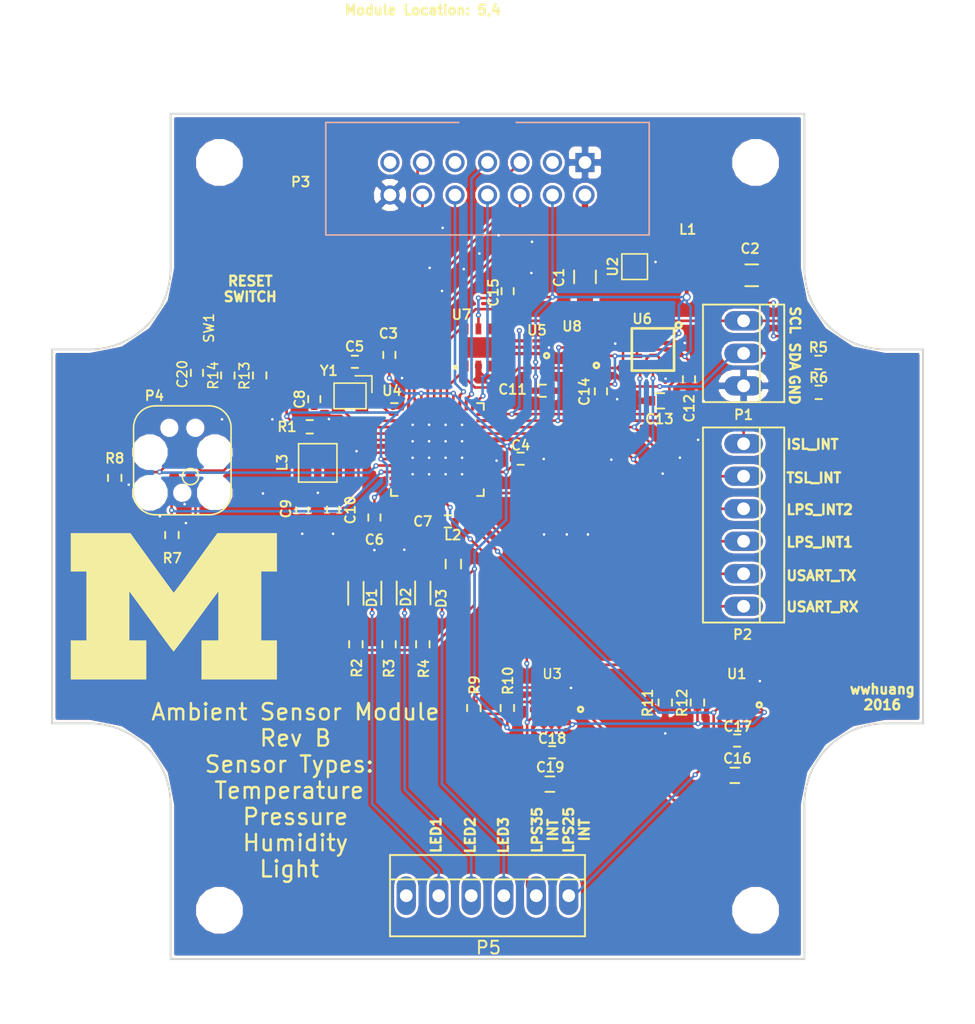
<source format=kicad_pcb>
(kicad_pcb (version 4) (host pcbnew 4.0.4-stable)
  (layers (0 F.Cu signal) (31 B.Cu signal) (34 B.Paste user) (35 F.Paste user) (36 B.SilkS user) (37 F.SilkS user) (38 B.Mask user) (39 F.Mask user) (44 Edge.Cuts user))
  (net 0 "")
  (net 1 +5V)
  (net 2 GND)
  (net 3 +3V3)
  (net 4 /xin)
  (net 5 /xout)
  (net 6 "Net-(L1-Pad2)")
  (net 7 "Net-(R1-Pad2)")
  (net 8 /CNTR_SCL)
  (net 9 /CNTR_SDA)
  (net 10 /CNTR_PPS)
  (net 11 /USB_D+)
  (net 12 /USB_D-)
  (net 13 "Net-(U2-Pad2)")
  (net 14 /SAM4L_RESET)
  (net 15 /SAM4L_SWDCLK)
  (net 16 /SAM4L_SWDIO)
  (net 17 "Net-(U4-Pad11)")
  (net 18 "Net-(U4-Pad13)")
  (net 19 "Net-(U4-Pad14)")
  (net 20 "Net-(U4-Pad18)")
  (net 21 "Net-(U4-Pad21)")
  (net 22 "Net-(U4-Pad25)")
  (net 23 "Net-(U4-Pad28)")
  (net 24 SDA)
  (net 25 SCL)
  (net 26 "Net-(U5-Pad3)")
  (net 27 "Net-(U6-Pad3)")
  (net 28 "Net-(U6-Pad2)")
  (net 29 "Net-(U7-Pad3)")
  (net 30 "Net-(U7-Pad4)")
  (net 31 /VDDANA)
  (net 32 /VDD_OUT)
  (net 33 /VDD_CORE)
  (net 34 "Net-(U7-Pad7)")
  (net 35 /ISL_INT)
  (net 36 /TSL_INT)
  (net 37 /LPS_INT1)
  (net 38 /LPS_INT2)
  (net 39 /MOD_OUT)
  (net 40 /MOD_IN)
  (net 41 /LED_1)
  (net 42 "Net-(D1-Pad2)")
  (net 43 /LED_2)
  (net 44 "Net-(D2-Pad2)")
  (net 45 /LED_3)
  (net 46 "Net-(D3-Pad2)")
  (net 47 /USART_TX)
  (net 48 /USART_RX)
  (net 49 "Net-(U4-Pad32)")
  (net 50 "Net-(P3-Pad3)")
  (net 51 "Net-(P3-Pad9)")
  (net 52 "Net-(P3-Pad13)")
  (net 53 "Net-(P4-Pad6)")
  (net 54 /sensors/LPS35_SA0)
  (net 55 /sensors/LPS35_CS)
  (net 56 /sensors/LPS25_SA0)
  (net 57 /sensors/LPS25_CS)
  (net 58 /LPS25_INT)
  (net 59 /LPS35_INT)
  (net 60 "Net-(P5-Pad1)")
  (net 61 "Net-(R14-Pad2)")
  (module Capacitors_SMD:C_0805_HandSoldering (layer F.Cu) (at 134.62 81.3308 270)
    (fp_text reference C1 (at 0.0508 2.032 270) (layer F.SilkS) (effects (font (size 0.762 0.762))))
    (fp_text value GENERIC_C_0805)
    (pad 1 smd rect (at -1.25 0 270) (size 1.5 1.25) (layers F.Cu F.Paste F.Mask) (net 1 +5V))
    (pad 2 smd rect (at 1.25 0 270) (size 1.5 1.25) (layers F.Cu F.Paste F.Mask) (net 2 GND))
  )
  (module Capacitors_SMD:C_0805_HandSoldering (layer F.Cu) (at 147.6502 81.2038)
    (fp_text reference C2 (at -0.127 -2.0828) (layer F.SilkS) (effects (font (size 0.762 0.762))))
    (fp_text value GENERIC_C_0805)
    (pad 1 smd rect (at -1.25 0) (size 1.5 1.25) (layers F.Cu F.Paste F.Mask) (net 3 +3V3))
    (pad 2 smd rect (at 1.25 0) (size 1.5 1.25) (layers F.Cu F.Paste F.Mask) (net 2 GND))
  )
  (module Capacitors_SMD:C_0402 (layer F.Cu) (at 119.3292 87.4268 90)
    (fp_text reference C3 (at 1.6764 -0.0762 180) (layer F.SilkS) (effects (font (size 0.762 0.762))))
    (fp_text value C_0.1u_0402_10V_10%_JB)
    (pad 1 smd rect (at -0.55 0 90) (size 0.6 0.5) (layers F.Cu F.Paste F.Mask) (net 3 +3V3))
    (pad 2 smd rect (at 0.55 0 90) (size 0.6 0.5) (layers F.Cu F.Paste F.Mask) (net 2 GND))
  )
  (module Capacitors_SMD:C_0402 (layer F.Cu) (at 129.5908 95.5294)
    (fp_text reference C4 (at 0 -1.0414) (layer F.SilkS) (effects (font (size 0.762 0.762))))
    (fp_text value C_0.1u_0402_10V_10%_JB)
    (pad 1 smd rect (at -0.55 0) (size 0.6 0.5) (layers F.Cu F.Paste F.Mask) (net 3 +3V3))
    (pad 2 smd rect (at 0.55 0) (size 0.6 0.5) (layers F.Cu F.Paste F.Mask) (net 2 GND))
  )
  (module Capacitors_SMD:C_0402 (layer F.Cu) (at 116.6368 87.9602 180)
    (fp_text reference C5 (at 0.0254 1.1938 180) (layer F.SilkS) (effects (font (size 0.762 0.762))))
    (fp_text value GENERIC_C_0402)
    (pad 1 smd rect (at -0.55 0 180) (size 0.6 0.5) (layers F.Cu F.Paste F.Mask) (net 4 /xin))
    (pad 2 smd rect (at 0.55 0 180) (size 0.6 0.5) (layers F.Cu F.Paste F.Mask) (net 2 GND))
  )
  (module Capacitors_SMD:C_0402 (layer F.Cu) (at 118.1608 100.1268 270)
    (fp_text reference C6 (at 1.7272 0 360) (layer F.SilkS) (effects (font (size 0.762 0.762))))
    (fp_text value C_0.1u_0402_10V_10%_JB)
    (pad 1 smd rect (at -0.55 0 270) (size 0.6 0.5) (layers F.Cu F.Paste F.Mask) (net 3 +3V3))
    (pad 2 smd rect (at 0.55 0 270) (size 0.6 0.5) (layers F.Cu F.Paste F.Mask) (net 2 GND))
  )
  (module Capacitors_SMD:C_0402 (layer F.Cu) (at 123.9012 100.4316)
    (fp_text reference C7 (at -1.9558 0) (layer F.SilkS) (effects (font (size 0.762 0.762))))
    (fp_text value C_0.1u_0402_10V_10%_JB)
    (pad 1 smd rect (at -0.55 0) (size 0.6 0.5) (layers F.Cu F.Paste F.Mask) (net 31 /VDDANA))
    (pad 2 smd rect (at 0.55 0) (size 0.6 0.5) (layers F.Cu F.Paste F.Mask) (net 2 GND))
  )
  (module Capacitors_SMD:C_0402 (layer F.Cu) (at 113.4618 90.8812 90)
    (fp_text reference C8 (at 0 -1.143 90) (layer F.SilkS) (effects (font (size 0.762 0.762))))
    (fp_text value GENERIC_C_0402)
    (pad 1 smd rect (at -0.55 0 90) (size 0.6 0.5) (layers F.Cu F.Paste F.Mask) (net 5 /xout))
    (pad 2 smd rect (at 0.55 0 90) (size 0.6 0.5) (layers F.Cu F.Paste F.Mask) (net 2 GND))
  )
  (module Capacitors_SMD:C_0402 (layer F.Cu) (at 112.522 99.568 270)
    (fp_text reference C9 (at -0.127 1.27 270) (layer F.SilkS) (effects (font (size 0.762 0.762))))
    (fp_text value C_4.7u_0402_10V_10%_X5R)
    (pad 1 smd rect (at -0.55 0 270) (size 0.6 0.5) (layers F.Cu F.Paste F.Mask) (net 32 /VDD_OUT))
    (pad 2 smd rect (at 0.55 0 270) (size 0.6 0.5) (layers F.Cu F.Paste F.Mask) (net 2 GND))
  )
  (module Capacitors_SMD:C_0402 (layer F.Cu) (at 114.935 99.5172 270)
    (fp_text reference C10 (at 0.0254 -1.3462 270) (layer F.SilkS) (effects (font (size 0.762 0.762))))
    (fp_text value C_0.1u_0402_10V_10%_JB)
    (pad 1 smd rect (at -0.55 0 270) (size 0.6 0.5) (layers F.Cu F.Paste F.Mask) (net 32 /VDD_OUT))
    (pad 2 smd rect (at 0.55 0 270) (size 0.6 0.5) (layers F.Cu F.Paste F.Mask) (net 2 GND))
  )
  (module Capacitors_SMD:C_0402 (layer F.Cu) (at 131.318 90.2208)
    (fp_text reference C11 (at -2.3622 -0.1016) (layer F.SilkS) (effects (font (size 0.762 0.762))))
    (fp_text value C_0.1u_0402_10V_10%_JB)
    (pad 1 smd rect (at -0.55 0) (size 0.6 0.5) (layers F.Cu F.Paste F.Mask) (net 3 +3V3))
    (pad 2 smd rect (at 0.55 0) (size 0.6 0.5) (layers F.Cu F.Paste F.Mask) (net 2 GND))
  )
  (module Capacitors_SMD:C_0402 (layer F.Cu) (at 142.748 89.3318 270)
    (fp_text reference C12 (at 2.2606 -0.0254 450) (layer F.SilkS) (effects (font (size 0.762 0.762))))
    (fp_text value C_0.1u_0402_10V_10%_JB)
    (pad 1 smd rect (at -0.55 0 270) (size 0.6 0.5) (layers F.Cu F.Paste F.Mask) (net 3 +3V3))
    (pad 2 smd rect (at 0.55 0 270) (size 0.6 0.5) (layers F.Cu F.Paste F.Mask) (net 2 GND))
  )
  (module Capacitors_SMD:C_0603 (layer F.Cu) (at 140.462 91.0082 180)
    (fp_text reference C13 (at 0.0254 -1.4224 180) (layer F.SilkS) (effects (font (size 0.762 0.762))))
    (fp_text value C_10u_0603_10V_10%_JB)
    (pad 1 smd rect (at -0.75 0 180) (size 0.8 0.75) (layers F.Cu F.Paste F.Mask) (net 3 +3V3))
    (pad 2 smd rect (at 0.75 0 180) (size 0.8 0.75) (layers F.Cu F.Paste F.Mask) (net 2 GND))
  )
  (module Capacitors_SMD:C_0402 (layer F.Cu) (at 135.8646 90.2716 270)
    (fp_text reference C14 (at 0.0254 1.2954 270) (layer F.SilkS) (effects (font (size 0.762 0.762))))
    (fp_text value C_0.1u_0402_10V_10%_JB)
    (pad 1 smd rect (at -0.55 0 270) (size 0.6 0.5) (layers F.Cu F.Paste F.Mask) (net 3 +3V3))
    (pad 2 smd rect (at 0.55 0 270) (size 0.6 0.5) (layers F.Cu F.Paste F.Mask) (net 2 GND))
  )
  (module Capacitors_SMD:C_0402 (layer F.Cu) (at 128.5748 82.4484 90)
    (fp_text reference C15 (at -0.1016 -1.1176 90) (layer F.SilkS) (effects (font (size 0.762 0.762))))
    (fp_text value C_0.1u_0402_10V_10%_JB)
    (pad 1 smd rect (at -0.55 0 90) (size 0.6 0.5) (layers F.Cu F.Paste F.Mask) (net 3 +3V3))
    (pad 2 smd rect (at 0.55 0 90) (size 0.6 0.5) (layers F.Cu F.Paste F.Mask) (net 2 GND))
  )
  (module lab11-passives:DFE322512C (layer F.Cu) (at 142.5702 79.9846 90)
    (fp_text reference L1 (at 2.3622 0.0762 180) (layer F.SilkS) (effects (font (size 0.762 0.762))))
    (fp_text value ".47 uH")
    (pad 1 smd rect (at -1.225 0 180) (size 2.5 0.75) (layers F.Cu F.Paste F.Mask) (net 3 +3V3))
    (pad 2 smd rect (at 1.225 0 180) (size 2.5 0.75) (layers F.Cu F.Paste F.Mask) (net 6 "Net-(L1-Pad2)"))
  )
  (module lab11-passives:1212 (layer F.Cu) (at 113.735 95.8596 180)
    (fp_text reference L3 (at 2.3306 0.0254 270) (layer F.SilkS) (effects (font (size 0.762 0.762)) (justify bottom)))
    (fp_text value 22uH)
    (pad 1 smd rect (at -1.2 0 270) (size 3 1.4) (layers F.Cu F.Paste F.Mask) (net 33 /VDD_CORE))
    (pad 2 smd rect (at 1.2 0 270) (size 3 1.4) (layers F.Cu F.Paste F.Mask) (net 32 /VDD_OUT))
  )
  (module Resistors_SMD:R_0402 (layer F.Cu) (at 113.1062 93.0402)
    (fp_text reference R1 (at -1.778 0) (layer F.SilkS) (effects (font (size 0.762 0.762))))
    (fp_text value R_10k_0402_1%,100ppm/c,0.063W)
    (pad 1 smd rect (at -0.45 0) (size 0.4 0.6) (layers F.Cu F.Paste F.Mask) (net 3 +3V3))
    (pad 2 smd rect (at 0.45 0) (size 0.4 0.6) (layers F.Cu F.Paste F.Mask) (net 7 "Net-(R1-Pad2)"))
  )
  (module regulators:RLT0007A (layer F.Cu) (at 138.5022 80.5324 90)
    (fp_text reference U2 (at 0 -1.27 90) (layer F.SilkS) (effects (font (size 0.762 0.762)) (justify bottom)))
    (fp_text value TPS62086)
    (pad 1 smd rect (at -0.9 -0.75 90) (size 0.6 0.25) (layers F.Cu F.Paste F.Mask) (net 1 +5V))
    (pad 2 smd oval (at -0.9 -0.25 90) (size 0.6 0.25) (layers F.Cu F.Paste F.Mask) (net 13 "Net-(U2-Pad2)"))
    (pad 7 smd rect (at 0.45 -0.6 90) (size 1.5 0.3) (layers F.Cu F.Paste F.Mask) (net 1 +5V))
    (pad 6 smd rect (at 0.45 0 90) (size 1.5 0.3) (layers F.Cu F.Paste F.Mask) (net 6 "Net-(L1-Pad2)"))
    (pad 5 smd rect (at 0.45 0.6 90) (size 1.5 0.3) (layers F.Cu F.Paste F.Mask) (net 2 GND))
    (pad 3 smd oval (at -0.9 0.25 90) (size 0.6 0.25) (layers F.Cu F.Paste F.Mask) (net 3 +3V3))
    (pad 4 smd oval (at -0.9 0.75 90) (size 0.6 0.25) (layers F.Cu F.Paste F.Mask) (net 3 +3V3))
  )
  (module Housings_DFN_QFN:QFN-48-1EP_7x7mm_Pitch0.5mm (layer F.Cu) (at 123.0816 94.8146)
    (fp_text reference U4 (at -3.5492 -4.5938) (layer F.SilkS) (effects (font (size 0.762 0.762))))
    (fp_text value SAM4LC8A)
    (pad 1 smd rect (at -3.4 -2.75) (size 0.7 0.25) (layers F.Cu F.Paste F.Mask) (net 4 /xin))
    (pad 2 smd rect (at -3.4 -2.25) (size 0.7 0.25) (layers F.Cu F.Paste F.Mask) (net 5 /xout))
    (pad 3 smd rect (at -3.4 -1.75) (size 0.7 0.25) (layers F.Cu F.Paste F.Mask) (net 7 "Net-(R1-Pad2)"))
    (pad 4 smd rect (at -3.4 -1.25) (size 0.7 0.25) (layers F.Cu F.Paste F.Mask) (net 14 /SAM4L_RESET))
    (pad 5 smd rect (at -3.4 -0.75) (size 0.7 0.25) (layers F.Cu F.Paste F.Mask) (net 33 /VDD_CORE))
    (pad 6 smd rect (at -3.4 -0.25) (size 0.7 0.25) (layers F.Cu F.Paste F.Mask) (net 2 GND))
    (pad 7 smd rect (at -3.4 0.25) (size 0.7 0.25) (layers F.Cu F.Paste F.Mask) (net 32 /VDD_OUT))
    (pad 8 smd rect (at -3.4 0.75) (size 0.7 0.25) (layers F.Cu F.Paste F.Mask) (net 3 +3V3))
    (pad 9 smd rect (at -3.4 1.25) (size 0.7 0.25) (layers F.Cu F.Paste F.Mask) (net 15 /SAM4L_SWDCLK))
    (pad 10 smd rect (at -3.4 1.75) (size 0.7 0.25) (layers F.Cu F.Paste F.Mask) (net 16 /SAM4L_SWDIO))
    (pad 11 smd rect (at -3.4 2.25) (size 0.7 0.25) (layers F.Cu F.Paste F.Mask) (net 17 "Net-(U4-Pad11)"))
    (pad 12 smd rect (at -3.4 2.75) (size 0.7 0.25) (layers F.Cu F.Paste F.Mask) (net 41 /LED_1))
    (pad 13 smd rect (at -2.75 3.4 90) (size 0.7 0.25) (layers F.Cu F.Paste F.Mask) (net 18 "Net-(U4-Pad13)"))
    (pad 14 smd rect (at -2.25 3.4 90) (size 0.7 0.25) (layers F.Cu F.Paste F.Mask) (net 19 "Net-(U4-Pad14)"))
    (pad 15 smd rect (at -1.75 3.4 90) (size 0.7 0.25) (layers F.Cu F.Paste F.Mask) (net 43 /LED_2))
    (pad 16 smd rect (at -1.25 3.4 90) (size 0.7 0.25) (layers F.Cu F.Paste F.Mask) (net 45 /LED_3))
    (pad 17 smd rect (at -0.75 3.4 90) (size 0.7 0.25) (layers F.Cu F.Paste F.Mask) (net 2 GND))
    (pad 18 smd rect (at -0.25 3.4 90) (size 0.7 0.25) (layers F.Cu F.Paste F.Mask) (net 20 "Net-(U4-Pad18)"))
    (pad 19 smd rect (at 0.25 3.4 90) (size 0.7 0.25) (layers F.Cu F.Paste F.Mask) (net 31 /VDDANA))
    (pad 20 smd rect (at 0.75 3.4 90) (size 0.7 0.25) (layers F.Cu F.Paste F.Mask) (net 59 /LPS35_INT))
    (pad 21 smd rect (at 1.25 3.4 90) (size 0.7 0.25) (layers F.Cu F.Paste F.Mask) (net 21 "Net-(U4-Pad21)"))
    (pad 22 smd rect (at 1.75 3.4 90) (size 0.7 0.25) (layers F.Cu F.Paste F.Mask) (net 58 /LPS25_INT))
    (pad 23 smd rect (at 2.25 3.4 90) (size 0.7 0.25) (layers F.Cu F.Paste F.Mask) (net 48 /USART_RX))
    (pad 24 smd rect (at 2.75 3.4 90) (size 0.7 0.25) (layers F.Cu F.Paste F.Mask) (net 47 /USART_TX))
    (pad 25 smd rect (at 3.4 2.75) (size 0.7 0.25) (layers F.Cu F.Paste F.Mask) (net 22 "Net-(U4-Pad25)"))
    (pad 26 smd rect (at 3.4 2.25) (size 0.7 0.25) (layers F.Cu F.Paste F.Mask) (net 22 "Net-(U4-Pad25)"))
    (pad 27 smd rect (at 3.4 1.75) (size 0.7 0.25) (layers F.Cu F.Paste F.Mask) (net 3 +3V3))
    (pad 28 smd rect (at 3.4 1.25) (size 0.7 0.25) (layers F.Cu F.Paste F.Mask) (net 23 "Net-(U4-Pad28)"))
    (pad 29 smd rect (at 3.4 0.75) (size 0.7 0.25) (layers F.Cu F.Paste F.Mask) (net 23 "Net-(U4-Pad28)"))
    (pad 30 smd rect (at 3.4 0.25) (size 0.7 0.25) (layers F.Cu F.Paste F.Mask) (net 2 GND))
    (pad 31 smd rect (at 3.4 -0.25) (size 0.7 0.25) (layers F.Cu F.Paste F.Mask) (net 3 +3V3))
    (pad 32 smd rect (at 3.4 -0.75) (size 0.7 0.25) (layers F.Cu F.Paste F.Mask) (net 49 "Net-(U4-Pad32)"))
    (pad 33 smd rect (at 3.4 -1.25) (size 0.7 0.25) (layers F.Cu F.Paste F.Mask) (net 37 /LPS_INT1))
    (pad 34 smd rect (at 3.4 -1.75) (size 0.7 0.25) (layers F.Cu F.Paste F.Mask) (net 38 /LPS_INT2))
    (pad 35 smd rect (at 3.4 -2.25) (size 0.7 0.25) (layers F.Cu F.Paste F.Mask) (net 36 /TSL_INT))
    (pad 36 smd rect (at 3.4 -2.75) (size 0.7 0.25) (layers F.Cu F.Paste F.Mask) (net 35 /ISL_INT))
    (pad 37 smd rect (at 2.75 -3.4 90) (size 0.7 0.25) (layers F.Cu F.Paste F.Mask) (net 39 /MOD_OUT))
    (pad 38 smd rect (at 2.25 -3.4 90) (size 0.7 0.25) (layers F.Cu F.Paste F.Mask) (net 10 /CNTR_PPS))
    (pad 39 smd rect (at 1.75 -3.4 90) (size 0.7 0.25) (layers F.Cu F.Paste F.Mask) (net 40 /MOD_IN))
    (pad 40 smd rect (at 1.25 -3.4 90) (size 0.7 0.25) (layers F.Cu F.Paste F.Mask) (net 3 +3V3))
    (pad 41 smd rect (at 0.75 -3.4 90) (size 0.7 0.25) (layers F.Cu F.Paste F.Mask) (net 24 SDA))
    (pad 42 smd rect (at 0.25 -3.4 90) (size 0.7 0.25) (layers F.Cu F.Paste F.Mask) (net 25 SCL))
    (pad 43 smd rect (at -0.25 -3.4 90) (size 0.7 0.25) (layers F.Cu F.Paste F.Mask) (net 9 /CNTR_SDA))
    (pad 44 smd rect (at -0.75 -3.4 90) (size 0.7 0.25) (layers F.Cu F.Paste F.Mask) (net 8 /CNTR_SCL))
    (pad 45 smd rect (at -1.25 -3.4 90) (size 0.7 0.25) (layers F.Cu F.Paste F.Mask) (net 3 +3V3))
    (pad 46 smd rect (at -1.75 -3.4 90) (size 0.7 0.25) (layers F.Cu F.Paste F.Mask) (net 12 /USB_D-))
    (pad 47 smd rect (at -2.25 -3.4 90) (size 0.7 0.25) (layers F.Cu F.Paste F.Mask) (net 11 /USB_D+))
    (pad 48 smd rect (at -2.75 -3.4 90) (size 0.7 0.25) (layers F.Cu F.Paste F.Mask) (net 2 GND))
    (pad 49 smd rect (at 1.93125 1.93125) (size 1.2875 1.2875) (layers F.Cu F.Paste F.Mask) (net 2 GND))
    (pad 49 smd rect (at 1.93125 0.64375) (size 1.2875 1.2875) (layers F.Cu F.Paste F.Mask) (net 2 GND))
    (pad 49 smd rect (at 1.93125 -0.64375) (size 1.2875 1.2875) (layers F.Cu F.Paste F.Mask) (net 2 GND))
    (pad 49 smd rect (at 1.93125 -1.93125) (size 1.2875 1.2875) (layers F.Cu F.Paste F.Mask) (net 2 GND))
    (pad 49 smd rect (at 0.64375 1.93125) (size 1.2875 1.2875) (layers F.Cu F.Paste F.Mask) (net 2 GND))
    (pad 49 smd rect (at 0.64375 0.64375) (size 1.2875 1.2875) (layers F.Cu F.Paste F.Mask) (net 2 GND))
    (pad 49 smd rect (at 0.64375 -0.64375) (size 1.2875 1.2875) (layers F.Cu F.Paste F.Mask) (net 2 GND))
    (pad 49 smd rect (at 0.64375 -1.93125) (size 1.2875 1.2875) (layers F.Cu F.Paste F.Mask) (net 2 GND))
    (pad 49 smd rect (at -0.64375 1.93125) (size 1.2875 1.2875) (layers F.Cu F.Paste F.Mask) (net 2 GND))
    (pad 49 smd rect (at -0.64375 0.64375) (size 1.2875 1.2875) (layers F.Cu F.Paste F.Mask) (net 2 GND))
    (pad 49 smd rect (at -0.64375 -0.64375) (size 1.2875 1.2875) (layers F.Cu F.Paste F.Mask) (net 2 GND))
    (pad 49 smd rect (at -0.64375 -1.93125) (size 1.2875 1.2875) (layers F.Cu F.Paste F.Mask) (net 2 GND))
    (pad 49 smd rect (at -1.93125 1.93125) (size 1.2875 1.2875) (layers F.Cu F.Paste F.Mask) (net 2 GND))
    (pad 49 smd rect (at -1.93125 0.64375) (size 1.2875 1.2875) (layers F.Cu F.Paste F.Mask) (net 2 GND))
    (pad 49 smd rect (at -1.93125 -0.64375) (size 1.2875 1.2875) (layers F.Cu F.Paste F.Mask) (net 2 GND))
    (pad 49 smd rect (at -1.93125 -1.93125) (size 1.2875 1.2875) (layers F.Cu F.Paste F.Mask) (net 2 GND))
  )
  (module lab11-ic:L6_1.5x1.6mm (layer F.Cu) (at 130.151235 86.820865 180)
    (fp_text reference U5 (at -0.709565 1.324465 180) (layer F.SilkS) (effects (font (size 0.762 0.762))))
    (fp_text value ISL29035)
    (pad 1 smd rect (at -0.6 -0.5 180) (size 0.8 0.25) (layers F.Cu F.Paste F.Mask) (net 3 +3V3))
    (pad 2 smd rect (at -0.675 0 180) (size 0.65 0.25) (layers F.Cu F.Paste F.Mask) (net 2 GND))
    (pad 3 smd rect (at -0.675 0.5 180) (size 0.65 0.25) (layers F.Cu F.Paste F.Mask) (net 26 "Net-(U5-Pad3)"))
    (pad 4 smd rect (at 0.675 0.5 180) (size 0.65 0.25) (layers F.Cu F.Paste F.Mask) (net 35 /ISL_INT))
    (pad 5 smd rect (at 0.675 0 180) (size 0.65 0.25) (layers F.Cu F.Paste F.Mask) (net 25 SCL))
    (pad 6 smd rect (at 0.675 -0.5 180) (size 0.65 0.25) (layers F.Cu F.Paste F.Mask) (net 24 SDA))
  )
  (module lab11-ic:DFN_3x3mm_1mm (layer F.Cu) (at 126.290435 86.844065 90)
    (fp_text reference U7 (at 2.566865 -1.322435 180) (layer F.SilkS) (effects (font (size 0.762 0.762))))
    (fp_text value Si7021)
    (pad 1 smd rect (at -1.45 -1 180) (size 0.45 0.85) (layers F.Cu F.Paste F.Mask) (net 24 SDA))
    (pad 2 smd rect (at -1.45 0 180) (size 0.45 0.85) (layers F.Cu F.Paste F.Mask) (net 2 GND))
    (pad 3 smd rect (at -1.45 1 180) (size 0.45 0.85) (layers F.Cu F.Paste F.Mask) (net 29 "Net-(U7-Pad3)"))
    (pad 4 smd rect (at 1.45 1 180) (size 0.45 0.85) (layers F.Cu F.Paste F.Mask) (net 30 "Net-(U7-Pad4)"))
    (pad 5 smd rect (at 1.45 0 180) (size 0.45 0.85) (layers F.Cu F.Paste F.Mask) (net 3 +3V3))
    (pad 6 smd rect (at 1.45 -1 180) (size 0.45 0.85) (layers F.Cu F.Paste F.Mask) (net 25 SCL))
    (pad 7 smd rect (at 0 0 270) (size 1.6 2.5) (layers F.Cu F.Paste F.Mask) (net 34 "Net-(U7-Pad7)"))
  )
  (module crystals:FHXXX (layer F.Cu) (at 116.2558 90.6272 180)
    (fp_text reference Y1 (at 1.651 1.524 180) (layer F.SilkS) (effects (font (size 0.762 0.762)) (justify bottom)))
    (fp_text value FH1600015)
    (pad 1 smd rect (at -0.925 0.775 180) (size 1 0.95) (layers F.Cu F.Paste F.Mask) (net 4 /xin))
    (pad 2 smd rect (at 0.925 0.775 180) (size 1 0.95) (layers F.Cu F.Paste F.Mask) (net 2 GND))
    (pad 3 smd rect (at 0.925 -0.775 180) (size 1 0.95) (layers F.Cu F.Paste F.Mask) (net 5 /xout))
    (pad 4 smd rect (at -0.925 -0.775 180) (size 1 0.95) (layers F.Cu F.Paste F.Mask) (net 2 GND))
  )
  (module lab11-ic:HCLGA-16L (layer F.Cu) (at 139.930235 86.998665 270)
    (fp_text reference U6 (at -2.391265 0.839835 360) (layer F.SilkS) (effects (font (size 0.762 0.762))))
    (fp_text value LPS331AP)
    (pad 13 smd rect (at 1.25 -1 270) (size 0.8 0.35) (layers F.Cu F.Paste F.Mask) (net 2 GND))
    (pad 12 smd rect (at 1.25 -0.5 270) (size 0.8 0.35) (layers F.Cu F.Paste F.Mask) (net 2 GND))
    (pad 11 smd rect (at 1.25 0 270) (size 0.8 0.35) (layers F.Cu F.Paste F.Mask) (net 37 /LPS_INT1))
    (pad 10 smd rect (at 1.25 0.5 270) (size 0.8 0.35) (layers F.Cu F.Paste F.Mask) (net 2 GND))
    (pad 9 smd rect (at 1.25 1 270) (size 0.8 0.35) (layers F.Cu F.Paste F.Mask) (net 38 /LPS_INT2))
    (pad 6 smd rect (at -0.5 1.25) (size 0.8 0.35) (layers F.Cu F.Paste F.Mask) (net 24 SDA))
    (pad 8 smd rect (at 0.5 1.25) (size 0.8 0.35) (layers F.Cu F.Paste F.Mask) (net 3 +3V3))
    (pad 7 smd rect (at 0 1.25) (size 0.8 0.35) (layers F.Cu F.Paste F.Mask) (net 3 +3V3))
    (pad 5 smd rect (at -1.25 1 270) (size 0.8 0.35) (layers F.Cu F.Paste F.Mask) (net 2 GND))
    (pad 4 smd rect (at -1.25 0.5 270) (size 0.8 0.35) (layers F.Cu F.Paste F.Mask) (net 25 SCL))
    (pad 3 smd rect (at -1.25 0 270) (size 0.8 0.35) (layers F.Cu F.Paste F.Mask) (net 27 "Net-(U6-Pad3)"))
    (pad 2 smd rect (at -1.25 -0.5 270) (size 0.8 0.35) (layers F.Cu F.Paste F.Mask) (net 28 "Net-(U6-Pad2)"))
    (pad 1 smd rect (at -1.25 -1 270) (size 0.8 0.35) (layers F.Cu F.Paste F.Mask) (net 3 +3V3))
    (pad 16 smd rect (at -0.5 -1.25) (size 0.8 0.35) (layers F.Cu F.Paste F.Mask) (net 2 GND))
    (pad 15 smd rect (at 0 -1.25) (size 0.8 0.35) (layers F.Cu F.Paste F.Mask) (net 3 +3V3))
    (pad 14 smd rect (at 0.5 -1.25) (size 0.8 0.35) (layers F.Cu F.Paste F.Mask) (net 3 +3V3))
  )
  (module lab11-ic:DFN2 (layer F.Cu) (at 134.621635 86.846265 180)
    (fp_text reference U8 (at 1.017635 1.654665 180) (layer F.SilkS) (effects (font (size 0.762 0.762))))
    (fp_text value TSL2561)
    (pad 2 smd rect (at -0.8 0 270) (size 0.4 1.3) (layers F.Cu F.Paste F.Mask) (net 2 GND))
    (pad 5 smd rect (at 0.8 0 270) (size 0.4 1.3) (layers F.Cu F.Paste F.Mask) (net 36 /TSL_INT))
    (pad 3 smd rect (at -0.8 0.65 270) (size 0.4 1.3) (layers F.Cu F.Paste F.Mask) (net 2 GND))
    (pad 1 smd rect (at -0.8 -0.65 270) (size 0.4 1.3) (layers F.Cu F.Paste F.Mask) (net 3 +3V3))
    (pad 6 smd rect (at 0.8 -0.65 270) (size 0.4 1.3) (layers F.Cu F.Paste F.Mask) (net 24 SDA))
    (pad 4 smd rect (at 0.8 0.65 270) (size 0.4 1.3) (layers F.Cu F.Paste F.Mask) (net 25 SCL))
  )
  (module Connect:PINHEAD1-3 (layer F.Cu) (at 147.0152 87.2998 270)
    (fp_text reference P1 (at 4.8006 0 360) (layer F.SilkS) (effects (font (size 0.762 0.762))))
    (fp_text value CONN_01X03)
    (pad 1 thru_hole oval (at -2.54 0 270) (size 1.50622 3.01498) (drill 0.99822) (layers *.Cu *.Mask) (net 25 SCL))
    (pad 2 thru_hole oval (at 0 0 270) (size 1.50622 3.01498) (drill 0.99822) (layers *.Cu *.Mask) (net 24 SDA))
    (pad 3 thru_hole oval (at 2.54 0 270) (size 1.50622 3.01498) (drill 0.99822) (layers *.Cu *.Mask) (net 2 GND))
  )
  (module Connect:PINHEAD1-6 (layer F.Cu) (at 147.0152 100.711 270)
    (fp_text reference P2 (at 8.5598 0.0762 360) (layer F.SilkS) (effects (font (size 0.762 0.762))))
    (fp_text value CONN_01X06)
    (pad 1 thru_hole oval (at -6.35 0 270) (size 1.50622 3.01498) (drill 0.99822) (layers *.Cu *.Mask) (net 35 /ISL_INT))
    (pad 2 thru_hole oval (at -3.81 0 270) (size 1.50622 3.01498) (drill 0.99822) (layers *.Cu *.Mask) (net 36 /TSL_INT))
    (pad 3 thru_hole oval (at -1.27 0 270) (size 1.50622 3.01498) (drill 0.99822) (layers *.Cu *.Mask) (net 38 /LPS_INT2))
    (pad 4 thru_hole oval (at 1.27 0 270) (size 1.50622 3.01498) (drill 0.99822) (layers *.Cu *.Mask) (net 37 /LPS_INT1))
    (pad 5 thru_hole oval (at 3.81 0 270) (size 1.50622 3.01498) (drill 0.99822) (layers *.Cu *.Mask) (net 47 /USART_TX))
    (pad 6 thru_hole oval (at 6.35 0 270) (size 1.50622 3.01498) (drill 0.99822) (layers *.Cu *.Mask) (net 48 /USART_RX))
  )
  (module Diodes_SMD:D_0603 (layer F.Cu) (at 116.713 106.2482 270)
    (fp_text reference D1 (at 0.1524 -1.2446 270) (layer F.SilkS) (effects (font (size 0.762 0.762))))
    (fp_text value LED)
    (pad 1 smd rect (at -0.85 0 270) (size 0.6 0.8) (layers F.Cu F.Paste F.Mask) (net 41 /LED_1))
    (pad 2 smd rect (at 0.85 0 270) (size 0.6 0.8) (layers F.Cu F.Paste F.Mask) (net 42 "Net-(D1-Pad2)"))
  )
  (module Diodes_SMD:D_0603 (layer F.Cu) (at 119.3038 106.2228 270)
    (fp_text reference D2 (at 0.127 -1.3208 270) (layer F.SilkS) (effects (font (size 0.762 0.762))))
    (fp_text value LED)
    (pad 1 smd rect (at -0.85 0 270) (size 0.6 0.8) (layers F.Cu F.Paste F.Mask) (net 43 /LED_2))
    (pad 2 smd rect (at 0.85 0 270) (size 0.6 0.8) (layers F.Cu F.Paste F.Mask) (net 44 "Net-(D2-Pad2)"))
  )
  (module Diodes_SMD:D_0603 (layer F.Cu) (at 121.9454 106.2228 270)
    (fp_text reference D3 (at 0.2286 -1.4478 270) (layer F.SilkS) (effects (font (size 0.762 0.762))))
    (fp_text value LED)
    (pad 1 smd rect (at -0.85 0 270) (size 0.6 0.8) (layers F.Cu F.Paste F.Mask) (net 45 /LED_3))
    (pad 2 smd rect (at 0.85 0 270) (size 0.6 0.8) (layers F.Cu F.Paste F.Mask) (net 46 "Net-(D3-Pad2)"))
  )
  (module Resistors_SMD:R_0402 (layer F.Cu) (at 116.713 110.0328 270)
    (fp_text reference R2 (at 1.8542 -0.0762 270) (layer F.SilkS) (effects (font (size 0.762 0.762))))
    (fp_text value GENERIC_R_0402)
    (pad 1 smd rect (at -0.45 0 270) (size 0.4 0.6) (layers F.Cu F.Paste F.Mask) (net 42 "Net-(D1-Pad2)"))
    (pad 2 smd rect (at 0.45 0 270) (size 0.4 0.6) (layers F.Cu F.Paste F.Mask) (net 3 +3V3))
  )
  (module Resistors_SMD:R_0402 (layer F.Cu) (at 119.3038 110.0328 270)
    (fp_text reference R3 (at 1.8796 0 270) (layer F.SilkS) (effects (font (size 0.762 0.762))))
    (fp_text value GENERIC_R_0402)
    (pad 1 smd rect (at -0.45 0 270) (size 0.4 0.6) (layers F.Cu F.Paste F.Mask) (net 44 "Net-(D2-Pad2)"))
    (pad 2 smd rect (at 0.45 0 270) (size 0.4 0.6) (layers F.Cu F.Paste F.Mask) (net 3 +3V3))
  )
  (module Resistors_SMD:R_0402 (layer F.Cu) (at 121.9454 110.0328 270)
    (fp_text reference R4 (at 1.905 -0.0762 270) (layer F.SilkS) (effects (font (size 0.762 0.762))))
    (fp_text value GENERIC_R_0402)
    (pad 1 smd rect (at -0.45 0 270) (size 0.4 0.6) (layers F.Cu F.Paste F.Mask) (net 46 "Net-(D3-Pad2)"))
    (pad 2 smd rect (at 0.45 0 270) (size 0.4 0.6) (layers F.Cu F.Paste F.Mask) (net 3 +3V3))
  )
  (module Resistors_SMD:R_0402 (layer F.Cu) (at 152.8572 88.011)
    (fp_text reference R5 (at 0 -1.1684) (layer F.SilkS) (effects (font (size 0.762 0.762))))
    (fp_text value GENERIC_R_0402)
    (pad 1 smd rect (at -0.45 0) (size 0.4 0.6) (layers F.Cu F.Paste F.Mask) (net 3 +3V3))
    (pad 2 smd rect (at 0.45 0) (size 0.4 0.6) (layers F.Cu F.Paste F.Mask) (net 25 SCL))
  )
  (module Resistors_SMD:R_0402 (layer F.Cu) (at 152.8826 90.3478 180)
    (fp_text reference R6 (at 0 1.143 180) (layer F.SilkS) (effects (font (size 0.762 0.762))))
    (fp_text value GENERIC_R_0402)
    (pad 1 smd rect (at -0.45 0 180) (size 0.4 0.6) (layers F.Cu F.Paste F.Mask) (net 3 +3V3))
    (pad 2 smd rect (at 0.45 0 180) (size 0.4 0.6) (layers F.Cu F.Paste F.Mask) (net 24 SDA))
  )
  (module lab11-connectors:SIGNPOST_MODULE_GENERIC (layer F.Cu) (at 127 101.6)
    (fp_text reference P3 (at -14.605 -27.686) (layer F.SilkS) (effects (font (size 0.762 0.762))))
    (fp_text value SIGNPOST_MODULE_GENERIC)
    (pad 1 thru_hole rect (at 7.62 -29.21 180) (size 1.4986 1.4986) (drill 0.9906) (layers *.Cu *.Mask) (net 2 GND))
    (pad 2 thru_hole circle (at 7.62 -26.67 180) (size 1.4986 1.4986) (drill 0.9906) (layers *.Cu *.Mask) (net 1 +5V))
    (pad 3 thru_hole circle (at 5.08 -29.21 180) (size 1.4986 1.4986) (drill 0.9906) (layers *.Cu *.Mask) (net 50 "Net-(P3-Pad3)"))
    (pad 4 thru_hole circle (at 5.08 -26.67 180) (size 1.4986 1.4986) (drill 0.9906) (layers *.Cu *.Mask) (net 3 +3V3))
    (pad 5 thru_hole circle (at 2.54 -29.21 180) (size 1.4986 1.4986) (drill 0.9906) (layers *.Cu *.Mask) (net 8 /CNTR_SCL))
    (pad 6 thru_hole circle (at 2.54 -26.67 180) (size 1.4986 1.4986) (drill 0.9906) (layers *.Cu *.Mask) (net 9 /CNTR_SDA))
    (pad 7 thru_hole circle (at 0 -29.21 180) (size 1.4986 1.4986) (drill 0.9906) (layers *.Cu *.Mask) (net 10 /CNTR_PPS))
    (pad 8 thru_hole circle (at 0 -26.67 180) (size 1.4986 1.4986) (drill 0.9906) (layers *.Cu *.Mask) (net 39 /MOD_OUT))
    (pad 9 thru_hole circle (at -2.54 -29.21 180) (size 1.4986 1.4986) (drill 0.9906) (layers *.Cu *.Mask) (net 51 "Net-(P3-Pad9)"))
    (pad 10 thru_hole circle (at -2.54 -26.67 180) (size 1.4986 1.4986) (drill 0.9906) (layers *.Cu *.Mask) (net 40 /MOD_IN))
    (pad 11 thru_hole circle (at -5.08 -29.21 180) (size 1.4986 1.4986) (drill 0.9906) (layers *.Cu *.Mask) (net 11 /USB_D+))
    (pad 12 thru_hole circle (at -5.08 -26.67 180) (size 1.4986 1.4986) (drill 0.9906) (layers *.Cu *.Mask) (net 12 /USB_D-))
    (pad 13 thru_hole circle (at -7.62 -29.21 180) (size 1.4986 1.4986) (drill 0.9906) (layers *.Cu *.Mask) (net 52 "Net-(P3-Pad13)"))
    (pad 14 thru_hole circle (at -7.62 -26.67 180) (size 1.4986 1.4986) (drill 0.9906) (layers *.Cu *.Mask) (net 2 GND))
  )
  (module lab11-connectors:TC2030-IDC (layer F.Cu) (at 103.1494 95.6564 90)
    (fp_text reference P4 (at 4.5974 -2.1844 180) (layer F.SilkS) (effects (font (size 0.762 0.762)) (justify bottom)))
    (fp_text value JLINK-TC)
    (pad 1 smd circle (at -1.27 0.635 90) (size 0.7874 0.7874) (layers F.Cu F.Paste F.Mask) (net 3 +3V3))
    (pad "" np_thru_hole circle (at -2.54 -2.54 90) (size 2.3749 2.3749) (drill 2.3749) (layers *.Cu))
    (pad 3 smd circle (at 0 0.635 90) (size 0.7874 0.7874) (layers F.Cu F.Paste F.Mask) (net 14 /SAM4L_RESET))
    (pad 5 smd circle (at 1.27 0.635 90) (size 0.7874 0.7874) (layers F.Cu F.Paste F.Mask) (net 2 GND))
    (pad 6 smd circle (at 1.27 -0.635 90) (size 0.7874 0.7874) (layers F.Cu F.Paste F.Mask) (net 53 "Net-(P4-Pad6)"))
    (pad 4 smd circle (at 0 -0.635 90) (size 0.7874 0.7874) (layers F.Cu F.Paste F.Mask) (net 15 /SAM4L_SWDCLK))
    (pad 2 smd circle (at -1.27 -0.635 90) (size 0.7874 0.7874) (layers F.Cu F.Paste F.Mask) (net 16 /SAM4L_SWDIO))
    (pad "" np_thru_hole circle (at 0.635 -2.54 90) (size 2.3749 2.3749) (drill 2.3749) (layers *.Cu))
    (pad "" np_thru_hole circle (at 0.635 2.54 90) (size 2.3749 2.3749) (drill 2.3749) (layers *.Cu))
    (pad "" np_thru_hole circle (at -2.54 2.54 90) (size 2.3749 2.3749) (drill 2.3749) (layers *.Cu))
    (pad "" np_thru_hole circle (at -2.54 0 90) (size 1.016 1.016) (drill 1.016) (layers *.Cu))
    (pad "" np_thru_hole circle (at 2.54 -1.016 90) (size 1.016 1.016) (drill 1.016) (layers *.Cu))
    (pad "" np_thru_hole circle (at 2.54 1.016 90) (size 1.016 1.016) (drill 1.016) (layers *.Cu))
  )
  (module Capacitors_SMD:C_0603_HandSoldering (layer F.Cu) (at 124.333 103.759 270)
    (fp_text reference L2 (at -2.2606 0.0508 360) (layer F.SilkS) (effects (font (size 0.762 0.762))))
    (fp_text value "1.5k Ohm")
    (pad 1 smd rect (at -0.95 0 270) (size 1.2 0.75) (layers F.Cu F.Paste F.Mask) (net 31 /VDDANA))
    (pad 2 smd rect (at 0.95 0 270) (size 1.2 0.75) (layers F.Cu F.Paste F.Mask) (net 3 +3V3))
  )
  (module lab11-connectors:SIGNPOST_HOLE (layer F.Cu) (at 147.955 130.81)
    (fp_text reference H1 hide)
    (fp_text value SIGNPOST_HOLE)
    (pad "" np_thru_hole circle (at 0 0) (size 3.2512 3.2512) (drill 3.2512) (layers *.Cu *.Mask))
  )
  (module lab11-connectors:SIGNPOST_HOLE (layer F.Cu) (at 147.955 72.39)
    (fp_text reference H3 hide)
    (fp_text value SIGNPOST_HOLE)
    (pad "" np_thru_hole circle (at 0 0) (size 3.2512 3.2512) (drill 3.2512) (layers *.Cu *.Mask))
  )
  (module lab11-connectors:SIGNPOST_HOLE (layer F.Cu) (at 106.045 72.39)
    (fp_text reference H4 hide)
    (fp_text value SIGNPOST_HOLE)
    (pad "" np_thru_hole circle (at 0 0) (size 3.2512 3.2512) (drill 3.2512) (layers *.Cu *.Mask))
  )
  (module lab11-connectors:SIGNPOST_HOLE (layer F.Cu) (at 106.045 130.81)
    (fp_text reference H2 hide)
    (fp_text value SIGNPOST_HOLE)
    (pad "" np_thru_hole circle (at 0 0) (size 3.2512 3.2512) (drill 3.2512) (layers *.Cu *.Mask))
  )
  (module Capacitors_SMD:C_0603 (layer F.Cu) (at 146.3294 120.269 180)
    (fp_text reference C16 (at -0.2032 1.3208 180) (layer F.SilkS) (effects (font (size 0.762 0.762))))
    (fp_text value C_10u_0603_10V_10%_JB)
    (pad 1 smd rect (at -0.75 0 180) (size 0.8 0.75) (layers F.Cu F.Paste F.Mask) (net 3 +3V3))
    (pad 2 smd rect (at 0.75 0 180) (size 0.8 0.75) (layers F.Cu F.Paste F.Mask) (net 2 GND))
  )
  (module Capacitors_SMD:C_0402 (layer F.Cu) (at 146.5072 117.5512 180)
    (fp_text reference C17 (at -0.0508 1.0922 180) (layer F.SilkS) (effects (font (size 0.762 0.762))))
    (fp_text value C_0.1u_0402_10V_10%_JB)
    (pad 1 smd rect (at -0.55 0 180) (size 0.6 0.5) (layers F.Cu F.Paste F.Mask) (net 3 +3V3))
    (pad 2 smd rect (at 0.55 0 180) (size 0.6 0.5) (layers F.Cu F.Paste F.Mask) (net 2 GND))
  )
  (module Capacitors_SMD:C_0402 (layer F.Cu) (at 132.0546 118.4656 180)
    (fp_text reference C18 (at 0 1.0668 180) (layer F.SilkS) (effects (font (size 0.762 0.762))))
    (fp_text value C_0.1u_0402_10V_10%_JB)
    (pad 1 smd rect (at -0.55 0 180) (size 0.6 0.5) (layers F.Cu F.Paste F.Mask) (net 3 +3V3))
    (pad 2 smd rect (at 0.55 0 180) (size 0.6 0.5) (layers F.Cu F.Paste F.Mask) (net 2 GND))
  )
  (module Capacitors_SMD:C_0603 (layer F.Cu) (at 131.8768 120.9548 180)
    (fp_text reference C19 (at -0.0254 1.3208 180) (layer F.SilkS) (effects (font (size 0.762 0.762))))
    (fp_text value C_10u_0603_10V_10%_JB)
    (pad 1 smd rect (at -0.75 0 180) (size 0.8 0.75) (layers F.Cu F.Paste F.Mask) (net 3 +3V3))
    (pad 2 smd rect (at 0.75 0 180) (size 0.8 0.75) (layers F.Cu F.Paste F.Mask) (net 2 GND))
  )
  (module Resistors_SMD:R_0402 (layer F.Cu) (at 102.3366 101.4984 270)
    (fp_text reference R7 (at 1.8034 -0.0254 360) (layer F.SilkS) (effects (font (size 0.762 0.762))))
    (fp_text value R_100K_0402_0.5%,25ppm/c,0.063W)
    (pad 1 smd rect (at -0.45 0 270) (size 0.4 0.6) (layers F.Cu F.Paste F.Mask) (net 16 /SAM4L_SWDIO))
    (pad 2 smd rect (at 0.45 0 270) (size 0.4 0.6) (layers F.Cu F.Paste F.Mask) (net 3 +3V3))
  )
  (module Resistors_SMD:R_0402 (layer F.Cu) (at 97.8662 97.028 90)
    (fp_text reference R8 (at 1.524 0 180) (layer F.SilkS) (effects (font (size 0.762 0.762))))
    (fp_text value R_100K_0402_0.5%,25ppm/c,0.063W)
    (pad 1 smd rect (at -0.45 0 90) (size 0.4 0.6) (layers F.Cu F.Paste F.Mask) (net 3 +3V3))
    (pad 2 smd rect (at 0.45 0 90) (size 0.4 0.6) (layers F.Cu F.Paste F.Mask) (net 15 /SAM4L_SWDCLK))
  )
  (module Resistors_SMD:R_0402 (layer F.Cu) (at 125.9332 115.0112 90)
    (fp_text reference R9 (at 1.8034 0.0508 90) (layer F.SilkS) (effects (font (size 0.762 0.762))))
    (fp_text value R_100K_0402_0.5%,25ppm/c,0.063W)
    (pad 1 smd rect (at -0.45 0 90) (size 0.4 0.6) (layers F.Cu F.Paste F.Mask) (net 3 +3V3))
    (pad 2 smd rect (at 0.45 0 90) (size 0.4 0.6) (layers F.Cu F.Paste F.Mask) (net 54 /sensors/LPS35_SA0))
  )
  (module Resistors_SMD:R_0402 (layer F.Cu) (at 128.5494 115.004 90)
    (fp_text reference R10 (at 2.1264 0.0508 90) (layer F.SilkS) (effects (font (size 0.762 0.762))))
    (fp_text value R_100K_0402_0.5%,25ppm/c,0.063W)
    (pad 1 smd rect (at -0.45 0 90) (size 0.4 0.6) (layers F.Cu F.Paste F.Mask) (net 3 +3V3))
    (pad 2 smd rect (at 0.45 0 90) (size 0.4 0.6) (layers F.Cu F.Paste F.Mask) (net 55 /sensors/LPS35_CS))
  )
  (module Resistors_SMD:R_0402 (layer F.Cu) (at 140.8938 114.5794 90)
    (fp_text reference R11 (at -0.0254 -1.3716 90) (layer F.SilkS) (effects (font (size 0.762 0.762))))
    (fp_text value R_100K_0402_0.5%,25ppm/c,0.063W)
    (pad 1 smd rect (at -0.45 0 90) (size 0.4 0.6) (layers F.Cu F.Paste F.Mask) (net 2 GND))
    (pad 2 smd rect (at 0.45 0 90) (size 0.4 0.6) (layers F.Cu F.Paste F.Mask) (net 56 /sensors/LPS25_SA0))
  )
  (module Resistors_SMD:R_0402 (layer F.Cu) (at 143.4084 114.5794 90)
    (fp_text reference R12 (at -0.0254 -1.1938 90) (layer F.SilkS) (effects (font (size 0.762 0.762))))
    (fp_text value R_100K_0402_0.5%,25ppm/c,0.063W)
    (pad 1 smd rect (at -0.45 0 90) (size 0.4 0.6) (layers F.Cu F.Paste F.Mask) (net 3 +3V3))
    (pad 2 smd rect (at 0.45 0 90) (size 0.4 0.6) (layers F.Cu F.Paste F.Mask) (net 57 /sensors/LPS25_CS))
  )
  (module lab11-ic:HLGA-10L_2.5x2.5mm (layer F.Cu) (at 146.4564 114.427 270)
    (fp_text reference U1 (at -2.0828 -0.0254 360) (layer F.SilkS) (effects (font (size 0.762 0.762))))
    (fp_text value LPS25HB)
    (pad 1 smd rect (at 0.3 -0.92 270) (size 0.4 0.55) (layers F.Cu F.Paste F.Mask) (net 3 +3V3))
    (pad 2 smd rect (at -0.3 -0.92 270) (size 0.4 0.55) (layers F.Cu F.Paste F.Mask) (net 25 SCL))
    (pad 3 smd rect (at -0.92 -0.6) (size 0.4 0.55) (layers F.Cu F.Paste F.Mask) (net 2 GND))
    (pad 4 smd rect (at -0.92 0) (size 0.4 0.55) (layers F.Cu F.Paste F.Mask) (net 24 SDA))
    (pad 5 smd rect (at -0.92 0.6) (size 0.4 0.55) (layers F.Cu F.Paste F.Mask) (net 56 /sensors/LPS25_SA0))
    (pad 6 smd rect (at -0.3 0.92 90) (size 0.4 0.55) (layers F.Cu F.Paste F.Mask) (net 57 /sensors/LPS25_CS))
    (pad 7 smd rect (at 0.3 0.92 90) (size 0.4 0.55) (layers F.Cu F.Paste F.Mask) (net 58 /LPS25_INT))
    (pad 8 smd rect (at 0.92 0.6 180) (size 0.4 0.55) (layers F.Cu F.Paste F.Mask) (net 2 GND))
    (pad 9 smd rect (at 0.92 0 180) (size 0.4 0.55) (layers F.Cu F.Paste F.Mask) (net 2 GND))
    (pad 10 smd rect (at 0.92 -0.6 180) (size 0.4 0.55) (layers F.Cu F.Paste F.Mask) (net 3 +3V3))
  )
  (module Connect:PINHEAD1-6 (layer F.Cu) (at 127 129.667)
    (fp_text reference P5 (at 0.0762 4.064) (layer F.SilkS))
    (fp_text value CONN_01X06)
    (pad 1 thru_hole oval (at -6.35 0) (size 1.50622 3.01498) (drill 0.99822) (layers *.Cu *.Mask) (net 60 "Net-(P5-Pad1)"))
    (pad 2 thru_hole oval (at -3.81 0) (size 1.50622 3.01498) (drill 0.99822) (layers *.Cu *.Mask) (net 41 /LED_1))
    (pad 3 thru_hole oval (at -1.27 0) (size 1.50622 3.01498) (drill 0.99822) (layers *.Cu *.Mask) (net 43 /LED_2))
    (pad 4 thru_hole oval (at 1.27 0) (size 1.50622 3.01498) (drill 0.99822) (layers *.Cu *.Mask) (net 45 /LED_3))
    (pad 5 thru_hole oval (at 3.81 0) (size 1.50622 3.01498) (drill 0.99822) (layers *.Cu *.Mask) (net 59 /LPS35_INT))
    (pad 6 thru_hole oval (at 6.35 0) (size 1.50622 3.01498) (drill 0.99822) (layers *.Cu *.Mask) (net 58 /LPS25_INT))
  )
  (module lab11-logos:BlockM (layer F.Cu) (at 103.0224 107.0864)
    (fp_text reference G*** hide)
    (fp_text value LOGO hide)
  )
  (module Capacitors_SMD:C_0402 (layer F.Cu) (at 104.2924 88.8238 90)
    (fp_text reference C20 (at -0.1016 -1.143 90) (layer F.SilkS) (effects (font (size 0.762 0.762) (thickness 0.127))))
    (fp_text value GENERIC_C_0402)
    (pad 1 smd rect (at -0.55 0 90) (size 0.6 0.5) (layers F.Cu F.Paste F.Mask) (net 14 /SAM4L_RESET))
    (pad 2 smd rect (at 0.55 0 90) (size 0.6 0.5) (layers F.Cu F.Paste F.Mask) (net 2 GND))
  )
  (module Resistors_SMD:R_0402 (layer F.Cu) (at 109.1946 89.027 270)
    (fp_text reference R13 (at 0.0254 1.1938 270) (layer F.SilkS) (effects (font (size 0.762 0.762) (thickness 0.127))))
    (fp_text value R_100K_0402_0.5%,25ppm/c,0.063W)
    (pad 1 smd rect (at -0.45 0 270) (size 0.4 0.6) (layers F.Cu F.Paste F.Mask) (net 3 +3V3))
    (pad 2 smd rect (at 0.45 0 270) (size 0.4 0.6) (layers F.Cu F.Paste F.Mask) (net 14 /SAM4L_RESET))
  )
  (module Resistors_SMD:R_0402 (layer F.Cu) (at 106.7054 89.027 90)
    (fp_text reference R14 (at 0 -1.143 90) (layer F.SilkS) (effects (font (size 0.762 0.762) (thickness 0.127))))
    (fp_text value GENERIC_R_0402)
    (pad 1 smd rect (at -0.45 0 90) (size 0.4 0.6) (layers F.Cu F.Paste F.Mask) (net 14 /SAM4L_RESET))
    (pad 2 smd rect (at 0.45 0 90) (size 0.4 0.6) (layers F.Cu F.Paste F.Mask) (net 61 "Net-(R14-Pad2)"))
  )
  (module lab11-switches:B3U-1000p (layer F.Cu) (at 108.4072 85.3694)
    (fp_text reference SW1 (at -3.175 -0.0508 90) (layer F.SilkS) (effects (font (size 0.762 0.762) (thickness 0.127))))
    (fp_text value BSU-1000P)
    (pad 2 smd rect (at 1.7 0) (size 1 1.9) (layers F.Cu F.Paste F.Mask) (net 2 GND))
    (pad 1 smd rect (at -1.7 0) (size 1 1.9) (layers F.Cu F.Paste F.Mask) (net 61 "Net-(R14-Pad2)"))
  )
  (module lab11-ic:CCLGA-10L_3.5x3.5mm (layer F.Cu) (at 132.0038 114.8334)
    (fp_text reference U3 (at 0.0508 -2.4892) (layer F.SilkS) (effects (font (size 0.762 0.762) (thickness 0.127))))
    (fp_text value LPS35HW)
    (pad 1 smd rect (at 1.425 0.3 270) (size 0.4 0.55) (layers F.Cu F.Paste F.Mask) (net 3 +3V3))
    (pad 2 smd rect (at 1.425 -0.3 270) (size 0.4 0.55) (layers F.Cu F.Paste F.Mask) (net 25 SCL))
    (pad 3 smd rect (at 0.6 -1.425) (size 0.4 0.55) (layers F.Cu F.Paste F.Mask) (net 2 GND))
    (pad 4 smd rect (at 0 -1.425) (size 0.4 0.55) (layers F.Cu F.Paste F.Mask) (net 24 SDA))
    (pad 5 smd rect (at -0.6 -1.425) (size 0.4 0.55) (layers F.Cu F.Paste F.Mask) (net 54 /sensors/LPS35_SA0))
    (pad 6 smd rect (at -1.425 -0.3 270) (size 0.4 0.55) (layers F.Cu F.Paste F.Mask) (net 55 /sensors/LPS35_CS))
    (pad 7 smd rect (at -1.425 0.3 270) (size 0.4 0.55) (layers F.Cu F.Paste F.Mask) (net 59 /LPS35_INT))
    (pad 8 smd rect (at -0.6 1.425) (size 0.4 0.55) (layers F.Cu F.Paste F.Mask) (net 2 GND))
    (pad 9 smd rect (at 0 1.425) (size 0.4 0.55) (layers F.Cu F.Paste F.Mask) (net 2 GND))
    (pad 10 smd rect (at 0.6 1.425) (size 0.4 0.55) (layers F.Cu F.Paste F.Mask) (net 3 +3V3))
  )
  (gr_text "Ambient Sensor Module\nRev B\nSensor Types: \nTemperature \nPressure\nHumidity\nLight \n\n\n" (at 111.9886 123.4948) (layer F.SilkS) (effects (font (size 1.27 1.27) (thickness 0.1905))))
  (gr_circle (center 148.2344 114.767219) (end 148.3106 114.818019) (layer F.SilkS) (width 0.2))
  (gr_circle (center 134.274419 115.1128) (end 134.350619 115.1636) (layer F.SilkS) (width 0.2))
  (gr_text "RESET\nSWITCH" (at 108.458 82.2706) (layer F.SilkS) (effects (font (size 0.762 0.762) (thickness 0.1905))))
  (gr_text LED1 (at 122.9868 124.9172 90) (layer F.SilkS) (effects (font (size 0.762 0.762) (thickness 0.1905))))
  (gr_text LED2 (at 125.6538 124.9426 90) (layer F.SilkS) (effects (font (size 0.762 0.762) (thickness 0.1905))))
  (gr_text LED3 (at 128.2446 124.9426 90) (layer F.SilkS) (effects (font (size 0.762 0.762) (thickness 0.1905))))
  (gr_text "LPS35\nINT" (at 131.4958 124.5362 90) (layer F.SilkS) (effects (font (size 0.762 0.762) (thickness 0.1905))))
  (gr_text "LPS25\nINT" (at 133.9596 124.5362 90) (layer F.SilkS) (effects (font (size 0.762 0.762) (thickness 0.1905))))
  (gr_text "wwhuang\n2016" (at 157.861 114.1476) (layer F.SilkS) (effects (font (size 0.762 0.762) (thickness 0.1905))))
  (gr_text GND (at 150.9776 90.1446 270) (layer F.SilkS) (effects (font (size 0.762 0.762) (thickness 0.1905))))
  (gr_text SDA (at 151.003 87.5538 270) (layer F.SilkS) (effects (font (size 0.762 0.762) (thickness 0.1905))))
  (gr_text SCL (at 151.0284 84.709 270) (layer F.SilkS) (effects (font (size 0.762 0.762) (thickness 0.1905))))
  (gr_text "ISL_INT\n" (at 152.4 94.4118) (layer F.SilkS) (effects (font (size 0.762 0.762) (thickness 0.1905))))
  (gr_text TSL_INT (at 152.508857 97.028) (layer F.SilkS) (effects (font (size 0.762 0.762) (thickness 0.1905))))
  (gr_text LPS_INT2 (at 152.962429 99.5172) (layer F.SilkS) (effects (font (size 0.762 0.762) (thickness 0.1905))))
  (gr_text LPS_INT1 (at 152.962429 102.0572) (layer F.SilkS) (effects (font (size 0.762 0.762) (thickness 0.1905))))
  (gr_text USART_TX (at 153.089429 104.6734) (layer F.SilkS) (effects (font (size 0.762 0.762) (thickness 0.1905))))
  (gr_text "USART_RX\n" (at 153.180143 107.1118) (layer F.SilkS) (effects (font (size 0.762 0.762) (thickness 0.1905))))
  (gr_circle (center 131.6228 87.4776) (end 131.699 87.5284) (layer F.SilkS) (width 0.2))
  (gr_circle (center 124.5108 88.392) (end 124.5362 88.4936) (layer F.SilkS) (width 0.2))
  (gr_text "Module Location: 5,4\n" (at 121.9454 60.4774) (layer F.SilkS) (effects (font (size 0.762 0.762) (thickness 0.1905))))
  (gr_line (start 158.115 116.205) (end 161.036 116.205) (layer Edge.Cuts) (width 0.15))
  (gr_line (start 151.765 134.62) (end 151.765 122.555) (layer Edge.Cuts) (width 0.15))
  (gr_arc (start 158.115 122.555) (end 151.765 122.555) (angle 90) (layer Edge.Cuts) (width 0.15))
  (gr_line (start 92.964 116.205) (end 95.885 116.205) (layer Edge.Cuts) (width 0.15))
  (gr_line (start 102.235 134.62) (end 102.235 122.555) (layer Edge.Cuts) (width 0.15))
  (gr_arc (start 95.885 122.555) (end 95.885 116.205) (angle 90) (layer Edge.Cuts) (width 0.15))
  (gr_line (start 161.036 86.995) (end 158.115 86.995) (layer Edge.Cuts) (width 0.15))
  (gr_line (start 151.765 80.645) (end 151.765 68.58) (layer Edge.Cuts) (width 0.15))
  (gr_arc (start 158.115 80.645) (end 151.765 80.645) (angle -90) (layer Edge.Cuts) (width 0.15))
  (gr_line (start 161.036 86.995) (end 161.036 116.205) (layer Edge.Cuts) (width 0.15))
  (gr_line (start 102.235 134.62) (end 151.765 134.62) (layer Edge.Cuts) (width 0.15))
  (gr_arc (start 95.885 80.645) (end 95.885 86.995) (angle -90) (layer Edge.Cuts) (width 0.15))
  (gr_line (start 92.964 86.995) (end 95.885 86.995) (layer Edge.Cuts) (width 0.15))
  (gr_line (start 102.235 80.645) (end 102.235 68.58) (layer Edge.Cuts) (width 0.15))
  (gr_line (start 102.235 68.58) (end 151.765 68.58) (layer Edge.Cuts) (width 0.15))
  (gr_line (start 92.964 86.995) (end 92.964 116.205) (layer Edge.Cuts) (width 0.15))
  (segment (start 137.9022 80.0824) (end 136.4234 80.0824) (width 0.4064) (layer F.Cu) (net 1))
  (segment (start 136.4234 80.0824) (end 134.6216 80.0824) (width 0.4064) (layer F.Cu) (net 1))
  (segment (start 137.7522 81.4324) (end 137.424 81.4324) (width 0.2032) (layer F.Cu) (net 1))
  (segment (start 137.424 81.4324) (end 136.4234 80.4318) (width 0.2032) (layer F.Cu) (net 1))
  (segment (start 136.4234 80.4318) (end 136.4234 80.0824) (width 0.2032) (layer F.Cu) (net 1))
  (segment (start 134.6216 80.0824) (end 134.62 80.0808) (width 0.2032) (layer F.Cu) (net 1))
  (segment (start 134.62 74.93) (end 134.62 80.0808) (width 0.508) (layer F.Cu) (net 1))
  (segment (start 137.9006 80.0808) (end 137.9022 80.0824) (width 0.2032) (layer F.Cu) (net 1))
  (segment (start 133.1976 101.4476) (end 134.8486 101.4476) (width 0.2032) (layer F.Cu) (net 2))
  (via (at 134.8486 101.4476) (size 0.4064) (drill 0.2032) (layers F.Cu B.Cu) (net 2))
  (via (at 133.1976 101.4476) (size 0.4064) (drill 0.2032) (layers F.Cu B.Cu) (net 2))
  (segment (start 131.4196 101.4476) (end 133.1976 101.4476) (width 0.2032) (layer F.Cu) (net 2))
  (segment (start 131.3942 95.5548) (end 131.3942 101.4222) (width 0.2032) (layer B.Cu) (net 2))
  (segment (start 131.3942 101.4222) (end 131.4196 101.4476) (width 0.2032) (layer B.Cu) (net 2))
  (via (at 131.4196 101.4476) (size 0.4064) (drill 0.2032) (layers F.Cu B.Cu) (net 2))
  (segment (start 100.838252 100.5586) (end 100.8634 100.5586) (width 0.2032) (layer B.Cu) (net 2))
  (segment (start 100.8634 100.5586) (end 101.3968 100.0252) (width 0.2032) (layer B.Cu) (net 2))
  (via (at 101.3968 100.0252) (size 0.4064) (drill 0.2032) (layers F.Cu B.Cu) (net 2))
  (segment (start 106.2482 92.456) (end 110.1852 92.456) (width 0.2032) (layer B.Cu) (net 2))
  (via (at 110.1852 92.456) (size 0.4064) (drill 0.2032) (layers F.Cu B.Cu) (net 2))
  (segment (start 118.1608 102.6668) (end 120.4722 102.6668) (width 0.2032) (layer B.Cu) (net 2))
  (segment (start 120.4722 102.6668) (end 120.4976 102.6414) (width 0.2032) (layer B.Cu) (net 2))
  (via (at 120.4976 102.6414) (size 0.4064) (drill 0.2032) (layers F.Cu B.Cu) (net 2))
  (segment (start 118.1608 100.6768) (end 118.1608 102.6668) (width 0.2032) (layer F.Cu) (net 2))
  (via (at 118.1608 102.6668) (size 0.4064) (drill 0.2032) (layers F.Cu B.Cu) (net 2))
  (segment (start 139.719898 87.4268) (end 140.21157 87.4268) (width 0.2032) (layer F.Cu) (net 2))
  (segment (start 140.21157 87.4268) (end 140.430235 87.645465) (width 0.2032) (layer F.Cu) (net 2))
  (segment (start 140.430235 87.645465) (end 140.430235 88.248665) (width 0.2032) (layer F.Cu) (net 2))
  (segment (start 139.430235 88.248665) (end 139.430235 87.716463) (width 0.2032) (layer F.Cu) (net 2))
  (segment (start 139.430235 87.716463) (end 139.719898 87.4268) (width 0.2032) (layer F.Cu) (net 2))
  (segment (start 140.8938 115.0294) (end 140.8938 116.9924) (width 0.2032) (layer F.Cu) (net 2))
  (via (at 140.8938 116.9924) (size 0.4064) (drill 0.2032) (layers F.Cu B.Cu) (net 2))
  (segment (start 132.6038 113.4084) (end 133.4998 113.4084) (width 0.2032) (layer F.Cu) (net 2))
  (via (at 133.5278 113.4364) (size 0.4064) (drill 0.2032) (layers F.Cu B.Cu) (net 2))
  (segment (start 133.4998 113.4084) (end 133.5278 113.4364) (width 0.2032) (layer F.Cu) (net 2))
  (segment (start 131.1268 120.9548) (end 131.1268 118.8434) (width 0.2032) (layer F.Cu) (net 2))
  (segment (start 131.1268 118.8434) (end 131.5046 118.4656) (width 0.2032) (layer F.Cu) (net 2))
  (segment (start 131.4038 116.2584) (end 131.4038 117.3988) (width 0.2032) (layer F.Cu) (net 2))
  (segment (start 132.0038 116.7366) (end 131.4038 117.3366) (width 0.2032) (layer F.Cu) (net 2))
  (segment (start 131.4038 117.3988) (end 131.4038 118.3648) (width 0.2032) (layer F.Cu) (net 2))
  (segment (start 132.0038 116.2584) (end 132.0038 116.7366) (width 0.2032) (layer F.Cu) (net 2))
  (segment (start 131.4038 117.3366) (end 131.4038 117.3988) (width 0.2032) (layer F.Cu) (net 2))
  (segment (start 131.4038 118.3648) (end 131.5046 118.4656) (width 0.2032) (layer F.Cu) (net 2))
  (segment (start 147.0564 113.507) (end 147.6812 113.507) (width 0.2032) (layer F.Cu) (net 2))
  (via (at 148.2852 112.903) (size 0.4064) (drill 0.2032) (layers F.Cu B.Cu) (net 2))
  (segment (start 147.6812 113.507) (end 148.2852 112.903) (width 0.2032) (layer F.Cu) (net 2))
  (segment (start 145.9572 117.5512) (end 145.9572 119.8912) (width 0.2032) (layer F.Cu) (net 2))
  (segment (start 145.9572 119.8912) (end 145.5794 120.269) (width 0.2032) (layer F.Cu) (net 2))
  (segment (start 145.8564 115.347) (end 145.8564 116.5352) (width 0.2032) (layer F.Cu) (net 2))
  (segment (start 145.8564 116.5352) (end 145.8564 117.4504) (width 0.2032) (layer F.Cu) (net 2))
  (segment (start 146.4564 115.347) (end 146.4564 115.8252) (width 0.2032) (layer F.Cu) (net 2))
  (segment (start 146.4564 115.8252) (end 145.8564 116.4252) (width 0.2032) (layer F.Cu) (net 2))
  (segment (start 145.8564 116.4252) (end 145.8564 116.5352) (width 0.2032) (layer F.Cu) (net 2))
  (segment (start 145.8564 117.4504) (end 145.9572 117.5512) (width 0.2032) (layer F.Cu) (net 2))
  (segment (start 103.4288 100.5586) (end 103.4288 99.187) (width 0.2032) (layer F.Cu) (net 2))
  (via (at 103.3272 99.0854) (size 0.4064) (drill 0.2032) (layers F.Cu B.Cu) (net 2))
  (segment (start 103.4288 99.187) (end 103.3272 99.0854) (width 0.2032) (layer F.Cu) (net 2))
  (segment (start 98.9584 97.5614) (end 98.9584 98.678748) (width 0.2032) (layer B.Cu) (net 2))
  (segment (start 98.9584 98.678748) (end 100.838252 100.5586) (width 0.2032) (layer B.Cu) (net 2))
  (segment (start 100.838252 100.5586) (end 103.4288 100.5586) (width 0.2032) (layer B.Cu) (net 2))
  (via (at 103.4288 100.5586) (size 0.4064) (drill 0.2032) (layers F.Cu B.Cu) (net 2))
  (segment (start 106.2482 92.456) (end 106.045001 92.252801) (width 0.2032) (layer B.Cu) (net 2))
  (segment (start 106.045001 92.252801) (end 101.244651 92.252801) (width 0.2032) (layer B.Cu) (net 2))
  (segment (start 101.244651 92.252801) (end 98.9584 94.539052) (width 0.2032) (layer B.Cu) (net 2))
  (segment (start 98.9584 94.539052) (end 98.9584 97.5614) (width 0.2032) (layer B.Cu) (net 2))
  (via (at 98.9584 97.5614) (size 0.4064) (drill 0.2032) (layers F.Cu B.Cu) (net 2))
  (segment (start 103.7844 94.3864) (end 104.178099 93.992701) (width 0.2032) (layer F.Cu) (net 2))
  (segment (start 104.178099 93.992701) (end 104.641648 93.992701) (width 0.2032) (layer F.Cu) (net 2))
  (segment (start 104.641648 93.992701) (end 106.178349 92.456) (width 0.2032) (layer F.Cu) (net 2))
  (via (at 106.2482 92.456) (size 0.4064) (drill 0.2032) (layers F.Cu B.Cu) (net 2))
  (segment (start 106.178349 92.456) (end 106.2482 92.456) (width 0.2032) (layer F.Cu) (net 2))
  (segment (start 126.365 79.502) (end 127.7874 78.0796) (width 0.2032) (layer F.Cu) (net 2))
  (segment (start 127.7874 78.0796) (end 127.8636 78.0796) (width 0.2032) (layer F.Cu) (net 2))
  (via (at 127.8636 78.0796) (size 0.4064) (drill 0.2032) (layers F.Cu B.Cu) (net 2))
  (segment (start 125.1458 80.7212) (end 126.365 79.502) (width 0.2032) (layer F.Cu) (net 2))
  (via (at 126.365 79.502) (size 0.4064) (drill 0.2032) (layers F.Cu B.Cu) (net 2))
  (segment (start 123.444 82.423) (end 125.1458 80.7212) (width 0.2032) (layer F.Cu) (net 2))
  (via (at 125.1458 80.7212) (size 0.4064) (drill 0.2032) (layers F.Cu B.Cu) (net 2))
  (segment (start 122.4788 80.6196) (end 122.4788 81.4578) (width 0.2032) (layer B.Cu) (net 2))
  (segment (start 122.4788 81.4578) (end 123.444 82.423) (width 0.2032) (layer B.Cu) (net 2))
  (via (at 123.444 82.423) (size 0.4064) (drill 0.2032) (layers F.Cu B.Cu) (net 2))
  (segment (start 123.4948 77.4954) (end 123.4948 79.6036) (width 0.2032) (layer F.Cu) (net 2))
  (segment (start 123.4948 79.6036) (end 122.4788 80.6196) (width 0.2032) (layer F.Cu) (net 2))
  (via (at 122.4788 80.6196) (size 0.4064) (drill 0.2032) (layers F.Cu B.Cu) (net 2))
  (segment (start 119.38 74.93) (end 121.9454 77.4954) (width 0.2032) (layer B.Cu) (net 2))
  (segment (start 121.9454 77.4954) (end 123.4948 77.4954) (width 0.2032) (layer B.Cu) (net 2))
  (via (at 123.4948 77.4954) (size 0.4064) (drill 0.2032) (layers F.Cu B.Cu) (net 2))
  (segment (start 142.748 89.8818) (end 142.7646 89.8818) (width 0.2032) (layer F.Cu) (net 2))
  (via (at 143.891 91.0082) (size 0.4064) (drill 0.2032) (layers F.Cu B.Cu) (net 2))
  (segment (start 142.7646 89.8818) (end 143.891 91.0082) (width 0.2032) (layer F.Cu) (net 2))
  (segment (start 135.8646 90.8216) (end 137.075 90.8216) (width 0.2032) (layer F.Cu) (net 2))
  (segment (start 137.075 90.8216) (end 137.1346 90.8812) (width 0.2032) (layer F.Cu) (net 2))
  (via (at 137.1346 90.8812) (size 0.4064) (drill 0.2032) (layers F.Cu B.Cu) (net 2))
  (segment (start 130.429 81.026) (end 130.429 78.6384) (width 0.2032) (layer B.Cu) (net 2))
  (segment (start 130.429 78.6384) (end 130.4798 78.5876) (width 0.2032) (layer B.Cu) (net 2))
  (via (at 130.4798 78.5876) (size 0.4064) (drill 0.2032) (layers F.Cu B.Cu) (net 2))
  (segment (start 128.5748 81.8984) (end 129.5566 81.8984) (width 0.2032) (layer F.Cu) (net 2))
  (segment (start 129.5566 81.8984) (end 130.429 81.026) (width 0.2032) (layer F.Cu) (net 2))
  (via (at 130.429 81.026) (size 0.4064) (drill 0.2032) (layers F.Cu B.Cu) (net 2))
  (segment (start 141.180235 86.498665) (end 142.406135 86.498665) (width 0.2032) (layer F.Cu) (net 2))
  (segment (start 142.406135 86.498665) (end 142.4178 86.487) (width 0.2032) (layer F.Cu) (net 2))
  (via (at 142.4178 86.487) (size 0.4064) (drill 0.2032) (layers F.Cu B.Cu) (net 2))
  (segment (start 138.930235 85.748665) (end 137.776635 85.748665) (width 0.2032) (layer F.Cu) (net 2))
  (segment (start 137.776635 85.748665) (end 136.983835 86.541465) (width 0.2032) (layer F.Cu) (net 2))
  (segment (start 131.802235 86.846265) (end 132.310234 86.338266) (width 0.2032) (layer B.Cu) (net 2))
  (segment (start 132.310234 86.338266) (end 136.780636 86.338266) (width 0.2032) (layer B.Cu) (net 2))
  (segment (start 136.780636 86.338266) (end 136.983835 86.541465) (width 0.2032) (layer B.Cu) (net 2))
  (segment (start 126.290435 88.294065) (end 126.290435 88.647635) (width 0.2032) (layer F.Cu) (net 2))
  (segment (start 126.290435 88.647635) (end 127.0762 89.4334) (width 0.2032) (layer F.Cu) (net 2))
  (via (at 127.0762 89.4334) (size 0.4064) (drill 0.2032) (layers F.Cu B.Cu) (net 2))
  (segment (start 115.3308 89.8522) (end 115.6058 89.8522) (width 0.2032) (layer F.Cu) (net 2))
  (segment (start 115.6058 89.8522) (end 117.1558 91.4022) (width 0.2032) (layer F.Cu) (net 2))
  (segment (start 117.1558 91.4022) (end 117.1808 91.4022) (width 0.2032) (layer F.Cu) (net 2))
  (segment (start 109.4486 98.2472) (end 113.6904 98.2472) (width 0.2032) (layer B.Cu) (net 2))
  (segment (start 113.6904 98.2472) (end 113.7412 98.1964) (width 0.2032) (layer B.Cu) (net 2))
  (via (at 113.7412 98.1964) (size 0.4064) (drill 0.2032) (layers F.Cu B.Cu) (net 2))
  (segment (start 112.522 101.3968) (end 109.4486 98.3234) (width 0.2032) (layer F.Cu) (net 2))
  (segment (start 109.4486 98.3234) (end 109.4486 98.2472) (width 0.2032) (layer F.Cu) (net 2))
  (via (at 109.4486 98.2472) (size 0.4064) (drill 0.2032) (layers F.Cu B.Cu) (net 2))
  (segment (start 142.0368 95.4532) (end 142.0622 95.4532) (width 0.2032) (layer B.Cu) (net 2))
  (segment (start 142.0622 95.4532) (end 143.4592 94.0562) (width 0.2032) (layer B.Cu) (net 2))
  (via (at 143.4592 94.0562) (size 0.4064) (drill 0.2032) (layers F.Cu B.Cu) (net 2))
  (segment (start 140.6906 96.6978) (end 140.7922 96.6978) (width 0.2032) (layer B.Cu) (net 2))
  (segment (start 140.7922 96.6978) (end 142.0368 95.4532) (width 0.2032) (layer B.Cu) (net 2))
  (via (at 142.0368 95.4532) (size 0.4064) (drill 0.2032) (layers F.Cu B.Cu) (net 2))
  (segment (start 136.6774 95.6056) (end 137.7696 96.6978) (width 0.2032) (layer B.Cu) (net 2))
  (segment (start 137.7696 96.6978) (end 140.6906 96.6978) (width 0.2032) (layer B.Cu) (net 2))
  (via (at 140.6906 96.6978) (size 0.4064) (drill 0.2032) (layers F.Cu B.Cu) (net 2))
  (segment (start 140.930235 88.248665) (end 140.930235 89.269965) (width 0.2032) (layer F.Cu) (net 2))
  (segment (start 140.930235 89.269965) (end 140.9192 89.281) (width 0.2032) (layer F.Cu) (net 2))
  (segment (start 140.430235 88.248665) (end 140.430235 88.792035) (width 0.2032) (layer F.Cu) (net 2))
  (segment (start 140.430235 88.792035) (end 140.9192 89.281) (width 0.2032) (layer F.Cu) (net 2))
  (via (at 140.9192 89.281) (size 0.4064) (drill 0.2032) (layers F.Cu B.Cu) (net 2))
  (segment (start 114.6048 92.6074) (end 114.6048 92.4306) (width 0.2032) (layer B.Cu) (net 2))
  (via (at 114.6048 92.4306) (size 0.4064) (drill 0.2032) (layers F.Cu B.Cu) (net 2))
  (segment (start 114.935 100.0672) (end 114.935 101.3968) (width 0.2032) (layer F.Cu) (net 2))
  (via (at 114.935 101.3968) (size 0.4064) (drill 0.2032) (layers F.Cu B.Cu) (net 2))
  (segment (start 112.522 100.118) (end 112.522 101.3968) (width 0.2032) (layer F.Cu) (net 2))
  (via (at 112.522 101.3968) (size 0.4064) (drill 0.2032) (layers F.Cu B.Cu) (net 2))
  (segment (start 112.522 100.118) (end 112.5386 100.118) (width 0.2032) (layer F.Cu) (net 2))
  (segment (start 120.3316 91.4146) (end 120.3316 89.242) (width 0.2032) (layer F.Cu) (net 2))
  (segment (start 120.3316 89.242) (end 120.3198 89.2302) (width 0.2032) (layer F.Cu) (net 2))
  (via (at 120.3198 89.2302) (size 0.4064) (drill 0.2032) (layers F.Cu B.Cu) (net 2))
  (segment (start 116.7638 94.9452) (end 114.6048 92.7862) (width 0.2032) (layer B.Cu) (net 2))
  (segment (start 114.6048 92.7862) (end 114.6048 92.6074) (width 0.2032) (layer B.Cu) (net 2))
  (segment (start 131.3942 95.5548) (end 136.6266 95.5548) (width 0.2032) (layer B.Cu) (net 2))
  (segment (start 136.6266 95.5548) (end 136.6774 95.6056) (width 0.2032) (layer B.Cu) (net 2))
  (via (at 136.6774 95.6056) (size 0.4064) (drill 0.2032) (layers F.Cu B.Cu) (net 2))
  (segment (start 139.1022 80.0824) (end 140.0518 80.0824) (width 0.2032) (layer F.Cu) (net 2))
  (segment (start 140.0518 80.0824) (end 140.1318 80.1624) (width 0.2032) (layer F.Cu) (net 2))
  (via (at 140.1318 80.1624) (size 0.4064) (drill 0.2032) (layers F.Cu B.Cu) (net 2))
  (via (at 125.01285 92.88335) (size 0.4064) (drill 0.2032) (layers F.Cu B.Cu) (net 2))
  (via (at 123.72535 92.88335) (size 0.4064) (drill 0.2032) (layers F.Cu B.Cu) (net 2))
  (via (at 122.43785 92.88335) (size 0.4064) (drill 0.2032) (layers F.Cu B.Cu) (net 2))
  (via (at 121.15035 92.88335) (size 0.4064) (drill 0.2032) (layers F.Cu B.Cu) (net 2))
  (via (at 121.15035 94.17085) (size 0.4064) (drill 0.2032) (layers F.Cu B.Cu) (net 2))
  (via (at 122.43785 94.17085) (size 0.4064) (drill 0.2032) (layers F.Cu B.Cu) (net 2))
  (via (at 125.01285 94.17085) (size 0.4064) (drill 0.2032) (layers F.Cu B.Cu) (net 2))
  (via (at 123.72535 94.17085) (size 0.4064) (drill 0.2032) (layers F.Cu B.Cu) (net 2))
  (via (at 123.72535 95.45835) (size 0.4064) (drill 0.2032) (layers F.Cu B.Cu) (net 2))
  (via (at 122.43785 95.45835) (size 0.4064) (drill 0.2032) (layers F.Cu B.Cu) (net 2))
  (via (at 121.15035 95.45835) (size 0.4064) (drill 0.2032) (layers F.Cu B.Cu) (net 2))
  (via (at 121.15035 96.74585) (size 0.4064) (drill 0.2032) (layers F.Cu B.Cu) (net 2))
  (via (at 122.43785 96.74585) (size 0.4064) (drill 0.2032) (layers F.Cu B.Cu) (net 2))
  (via (at 123.72535 96.74585) (size 0.4064) (drill 0.2032) (layers F.Cu B.Cu) (net 2))
  (via (at 125.01285 96.74585) (size 0.4064) (drill 0.2032) (layers F.Cu B.Cu) (net 2))
  (via (at 125.01285 95.45835) (size 0.4064) (drill 0.2032) (layers F.Cu B.Cu) (net 2))
  (segment (start 125.01285 94.17085) (end 125.01285 95.45835) (width 0.2032) (layer F.Cu) (net 2))
  (segment (start 125.01285 92.88335) (end 125.01285 94.17085) (width 0.2032) (layer F.Cu) (net 2))
  (segment (start 123.72535 92.88335) (end 123.72535 94.17085) (width 0.2032) (layer F.Cu) (net 2))
  (segment (start 122.43785 92.88335) (end 123.72535 92.88335) (width 0.2032) (layer F.Cu) (net 2))
  (segment (start 121.15035 92.88335) (end 122.43785 92.88335) (width 0.2032) (layer F.Cu) (net 2))
  (segment (start 121.15035 94.17085) (end 121.15035 92.88335) (width 0.2032) (layer F.Cu) (net 2))
  (segment (start 121.15035 94.17085) (end 122.43785 94.17085) (width 0.2032) (layer F.Cu) (net 2))
  (segment (start 121.15035 94.17085) (end 121.15035 95.45835) (width 0.2032) (layer F.Cu) (net 2))
  (segment (start 121.15035 95.45835) (end 122.43785 95.45835) (width 0.2032) (layer F.Cu) (net 2))
  (segment (start 122.43785 94.17085) (end 122.43785 95.45835) (width 0.2032) (layer F.Cu) (net 2))
  (segment (start 123.72535 95.45835) (end 122.43785 95.45835) (width 0.2032) (layer F.Cu) (net 2))
  (segment (start 123.72535 95.45835) (end 125.01285 95.45835) (width 0.2032) (layer F.Cu) (net 2))
  (segment (start 123.72535 96.74585) (end 123.72535 95.45835) (width 0.2032) (layer F.Cu) (net 2))
  (segment (start 123.72535 96.74585) (end 125.01285 96.74585) (width 0.2032) (layer F.Cu) (net 2))
  (segment (start 122.43785 96.74585) (end 123.72535 96.74585) (width 0.2032) (layer F.Cu) (net 2))
  (segment (start 121.15035 96.74585) (end 122.43785 96.74585) (width 0.2032) (layer F.Cu) (net 2))
  (segment (start 135.421635 86.196265) (end 136.638635 86.196265) (width 0.2032) (layer F.Cu) (net 2))
  (segment (start 136.638635 86.196265) (end 136.983835 86.541465) (width 0.2032) (layer F.Cu) (net 2))
  (segment (start 135.421635 86.846265) (end 136.679035 86.846265) (width 0.2032) (layer F.Cu) (net 2))
  (segment (start 136.679035 86.846265) (end 136.983835 86.541465) (width 0.2032) (layer F.Cu) (net 2))
  (via (at 136.983835 86.541465) (size 0.4064) (drill 0.2032) (layers F.Cu B.Cu) (net 2))
  (segment (start 130.826235 86.820865) (end 131.776835 86.820865) (width 0.2032) (layer F.Cu) (net 2))
  (segment (start 131.776835 86.820865) (end 131.802235 86.846265) (width 0.2032) (layer F.Cu) (net 2))
  (via (at 131.802235 86.846265) (size 0.4064) (drill 0.2032) (layers F.Cu B.Cu) (net 2))
  (segment (start 130.1408 95.5294) (end 131.3688 95.5294) (width 0.2032) (layer F.Cu) (net 2))
  (segment (start 131.3688 95.5294) (end 131.3942 95.5548) (width 0.2032) (layer F.Cu) (net 2))
  (via (at 131.3942 95.5548) (size 0.4064) (drill 0.2032) (layers F.Cu B.Cu) (net 2))
  (segment (start 126.4816 95.0646) (end 127.094 95.0646) (width 0.2032) (layer F.Cu) (net 2))
  (segment (start 127.094 95.0646) (end 127.7112 95.6818) (width 0.2032) (layer F.Cu) (net 2))
  (via (at 127.7112 95.6818) (size 0.4064) (drill 0.2032) (layers F.Cu B.Cu) (net 2))
  (segment (start 119.6816 94.5646) (end 117.1444 94.5646) (width 0.2032) (layer F.Cu) (net 2))
  (segment (start 117.1444 94.5646) (end 116.7638 94.9452) (width 0.2032) (layer F.Cu) (net 2))
  (via (at 116.7638 94.9452) (size 0.4064) (drill 0.2032) (layers F.Cu B.Cu) (net 2))
  (segment (start 143.4592 116.2304) (end 133.7056 116.2304) (width 0.2032) (layer B.Cu) (net 3))
  (segment (start 133.7056 116.2304) (end 133.6294 116.3066) (width 0.2032) (layer B.Cu) (net 3))
  (segment (start 143.4592 116.2304) (end 147.7518 116.2304) (width 0.2032) (layer B.Cu) (net 3))
  (segment (start 147.7518 116.2304) (end 148.437601 115.544599) (width 0.2032) (layer B.Cu) (net 3))
  (segment (start 152.4072 88.011) (end 151.892 88.011) (width 0.2032) (layer F.Cu) (net 3))
  (segment (start 149.352 85.9536) (end 149.8346 85.9536) (width 0.2032) (layer F.Cu) (net 3))
  (segment (start 149.8346 85.9536) (end 151.892 88.011) (width 0.2032) (layer F.Cu) (net 3))
  (via (at 149.352 85.9536) (size 0.4064) (drill 0.2032) (layers F.Cu B.Cu) (net 3))
  (segment (start 109.1946 88.577) (end 109.6978 88.577) (width 0.2032) (layer F.Cu) (net 3))
  (segment (start 109.6978 88.577) (end 111.3028 90.182) (width 0.2032) (layer F.Cu) (net 3))
  (segment (start 111.3028 90.182) (end 111.3028 91.940032) (width 0.2032) (layer F.Cu) (net 3))
  (segment (start 111.3028 91.940032) (end 111.3028 92.2274) (width 0.2032) (layer F.Cu) (net 3))
  (segment (start 138.680235 87.498665) (end 138.680235 86.998665) (width 0.2032) (layer F.Cu) (net 3))
  (segment (start 125.9332 115.4612) (end 128.5422 115.4612) (width 0.2032) (layer F.Cu) (net 3))
  (segment (start 125.984 104.14) (end 125.984 113.9952) (width 0.2032) (layer B.Cu) (net 3))
  (segment (start 125.984 113.9952) (end 128.524 116.5352) (width 0.2032) (layer B.Cu) (net 3))
  (segment (start 148.437601 115.544599) (end 148.6408 115.3414) (width 0.2032) (layer B.Cu) (net 3))
  (segment (start 128.524 116.5352) (end 128.727199 116.738399) (width 0.2032) (layer B.Cu) (net 3))
  (segment (start 128.727199 116.738399) (end 133.197601 116.738399) (width 0.2032) (layer B.Cu) (net 3))
  (segment (start 133.197601 116.738399) (end 133.426201 116.509799) (width 0.2032) (layer B.Cu) (net 3))
  (segment (start 133.426201 116.509799) (end 133.6294 116.3066) (width 0.2032) (layer B.Cu) (net 3))
  (segment (start 125.984 102.7938) (end 125.984 104.14) (width 0.2032) (layer B.Cu) (net 3))
  (via (at 125.984 104.14) (size 0.4064) (drill 0.2032) (layers F.Cu B.Cu) (net 3))
  (segment (start 104.1654 104.1804) (end 104.1654 102.3366) (width 0.2032) (layer F.Cu) (net 3))
  (segment (start 103.7772 101.9484) (end 104.1654 102.3366) (width 0.2032) (layer F.Cu) (net 3))
  (segment (start 104.1654 102.3366) (end 104.1654 101.5238) (width 0.2032) (layer F.Cu) (net 3))
  (segment (start 102.3366 101.9484) (end 103.7772 101.9484) (width 0.2032) (layer F.Cu) (net 3))
  (segment (start 116.713 110.4828) (end 110.4678 110.4828) (width 0.2032) (layer F.Cu) (net 3))
  (segment (start 110.4678 110.4828) (end 104.1654 104.1804) (width 0.2032) (layer F.Cu) (net 3))
  (segment (start 128.5494 115.454) (end 128.5494 116.5098) (width 0.2032) (layer F.Cu) (net 3))
  (segment (start 128.5494 116.5098) (end 128.524 116.5352) (width 0.2032) (layer F.Cu) (net 3))
  (via (at 128.524 116.5352) (size 0.4064) (drill 0.2032) (layers F.Cu B.Cu) (net 3))
  (segment (start 128.5422 115.4612) (end 128.5494 115.454) (width 0.2032) (layer F.Cu) (net 3))
  (segment (start 133.4038 115.1334) (end 133.4038 116.081) (width 0.2032) (layer F.Cu) (net 3))
  (segment (start 133.4038 116.081) (end 133.6294 116.3066) (width 0.2032) (layer F.Cu) (net 3))
  (segment (start 132.6038 116.2584) (end 133.5812 116.2584) (width 0.2032) (layer F.Cu) (net 3))
  (segment (start 133.5812 116.2584) (end 133.6294 116.3066) (width 0.2032) (layer F.Cu) (net 3))
  (via (at 133.6294 116.3066) (size 0.4064) (drill 0.2032) (layers F.Cu B.Cu) (net 3))
  (segment (start 132.6046 118.4656) (end 132.6046 120.9326) (width 0.2032) (layer F.Cu) (net 3))
  (segment (start 132.6046 120.9326) (end 132.6268 120.9548) (width 0.2032) (layer F.Cu) (net 3))
  (segment (start 132.6038 116.2584) (end 132.6038 118.4648) (width 0.2032) (layer F.Cu) (net 3))
  (segment (start 132.6038 118.4648) (end 132.6046 118.4656) (width 0.2032) (layer F.Cu) (net 3))
  (segment (start 143.4084 115.0294) (end 143.4084 116.1796) (width 0.2032) (layer F.Cu) (net 3))
  (segment (start 143.4084 116.1796) (end 143.4592 116.2304) (width 0.2032) (layer F.Cu) (net 3))
  (via (at 143.4592 116.2304) (size 0.4064) (drill 0.2032) (layers F.Cu B.Cu) (net 3))
  (segment (start 147.3764 114.727) (end 148.0264 114.727) (width 0.2032) (layer F.Cu) (net 3))
  (segment (start 148.0264 114.727) (end 148.6408 115.3414) (width 0.2032) (layer F.Cu) (net 3))
  (segment (start 147.0564 115.347) (end 148.6352 115.347) (width 0.2032) (layer F.Cu) (net 3))
  (segment (start 148.6352 115.347) (end 148.6408 115.3414) (width 0.2032) (layer F.Cu) (net 3))
  (via (at 148.6408 115.3414) (size 0.4064) (drill 0.2032) (layers F.Cu B.Cu) (net 3))
  (segment (start 147.0572 117.5512) (end 147.0572 120.2468) (width 0.2032) (layer F.Cu) (net 3))
  (segment (start 147.0572 120.2468) (end 147.0794 120.269) (width 0.2032) (layer F.Cu) (net 3))
  (segment (start 147.0564 115.347) (end 147.0564 117.5504) (width 0.2032) (layer F.Cu) (net 3))
  (segment (start 147.0564 117.5504) (end 147.0572 117.5512) (width 0.2032) (layer F.Cu) (net 3))
  (segment (start 149.352 83.3628) (end 149.352 85.9536) (width 0.2032) (layer B.Cu) (net 3))
  (segment (start 146.5252 81.2038) (end 148.6842 83.3628) (width 0.2032) (layer F.Cu) (net 3))
  (via (at 149.352 83.3628) (size 0.4064) (drill 0.2032) (layers F.Cu B.Cu) (net 3))
  (segment (start 148.6842 83.3628) (end 149.352 83.3628) (width 0.2032) (layer F.Cu) (net 3))
  (segment (start 152.4072 88.011) (end 152.4072 88.5142) (width 0.2032) (layer F.Cu) (net 3))
  (segment (start 152.4072 88.5142) (end 153.3326 89.4396) (width 0.2032) (layer F.Cu) (net 3))
  (segment (start 153.3326 89.4396) (end 153.3326 90.3478) (width 0.2032) (layer F.Cu) (net 3))
  (segment (start 97.8662 97.478) (end 97.8662 97.8812) (width 0.2032) (layer F.Cu) (net 3))
  (segment (start 97.8662 97.8812) (end 101.9334 101.9484) (width 0.2032) (layer F.Cu) (net 3))
  (segment (start 101.9334 101.9484) (end 102.3366 101.9484) (width 0.2032) (layer F.Cu) (net 3))
  (segment (start 125.984 104.14) (end 125.984 104.775) (width 0.2032) (layer F.Cu) (net 3))
  (segment (start 125.984 104.14) (end 125.415 104.709) (width 0.2032) (layer F.Cu) (net 3))
  (segment (start 125.415 104.709) (end 124.333 104.709) (width 0.2032) (layer F.Cu) (net 3))
  (segment (start 125.984 104.775) (end 125.984 106.6386) (width 0.2032) (layer F.Cu) (net 3))
  (segment (start 146.4002 81.2038) (end 146.5252 81.2038) (width 0.2032) (layer F.Cu) (net 3))
  (segment (start 142.5702 81.2096) (end 146.3944 81.2096) (width 0.2032) (layer F.Cu) (net 3))
  (segment (start 146.3944 81.2096) (end 146.4002 81.2038) (width 0.2032) (layer F.Cu) (net 3))
  (segment (start 124.333 90.424) (end 128.4736 94.5646) (width 0.2032) (layer B.Cu) (net 3))
  (segment (start 128.4736 94.5646) (end 128.5292 94.5646) (width 0.2032) (layer B.Cu) (net 3))
  (segment (start 118.1608 98.552) (end 118.1608 99.5768) (width 0.2032) (layer F.Cu) (net 3))
  (segment (start 118.6688 95.5548) (end 119.151401 96.037401) (width 0.2032) (layer B.Cu) (net 3))
  (segment (start 119.151401 96.037401) (end 119.151401 97.561399) (width 0.2032) (layer B.Cu) (net 3))
  (segment (start 119.151401 97.561399) (end 118.1608 98.552) (width 0.2032) (layer B.Cu) (net 3))
  (via (at 118.1608 98.552) (size 0.4064) (drill 0.2032) (layers F.Cu B.Cu) (net 3))
  (segment (start 119.3292 89.2302) (end 119.3292 87.9768) (width 0.2032) (layer F.Cu) (net 3))
  (segment (start 121.8184 90.424) (end 120.523 90.424) (width 0.2032) (layer B.Cu) (net 3))
  (segment (start 120.523 90.424) (end 119.3292 89.2302) (width 0.2032) (layer B.Cu) (net 3))
  (via (at 119.3292 89.2302) (size 0.4064) (drill 0.2032) (layers F.Cu B.Cu) (net 3))
  (segment (start 121.8184 90.424) (end 124.333 90.424) (width 0.2032) (layer B.Cu) (net 3))
  (segment (start 142.748 88.7818) (end 142.748 87.884) (width 0.2032) (layer F.Cu) (net 3))
  (segment (start 142.748 87.884) (end 142.4178 87.5538) (width 0.2032) (layer F.Cu) (net 3))
  (segment (start 141.212 91.0082) (end 141.212 89.8646) (width 0.2032) (layer F.Cu) (net 3))
  (segment (start 141.212 89.8646) (end 142.2948 88.7818) (width 0.2032) (layer F.Cu) (net 3))
  (segment (start 142.2948 88.7818) (end 142.748 88.7818) (width 0.2032) (layer F.Cu) (net 3))
  (segment (start 130.760835 89.1286) (end 130.760835 90.213635) (width 0.2032) (layer F.Cu) (net 3))
  (segment (start 130.760835 90.213635) (end 130.768 90.2208) (width 0.2032) (layer F.Cu) (net 3))
  (segment (start 130.760835 89.1286) (end 130.760835 92.332965) (width 0.2032) (layer B.Cu) (net 3))
  (segment (start 130.760835 87.989265) (end 130.760835 89.1286) (width 0.2032) (layer B.Cu) (net 3))
  (via (at 130.760835 89.1286) (size 0.4064) (drill 0.2032) (layers F.Cu B.Cu) (net 3))
  (segment (start 130.760835 87.989265) (end 130.760835 84.224765) (width 0.2032) (layer B.Cu) (net 3))
  (segment (start 130.760835 84.224765) (end 130.7934 84.1922) (width 0.2032) (layer B.Cu) (net 3))
  (segment (start 130.7934 84.1922) (end 132.08 82.9056) (width 0.2032) (layer B.Cu) (net 3))
  (segment (start 136.9568 89.7128) (end 135.8734 89.7128) (width 0.2032) (layer F.Cu) (net 3))
  (segment (start 135.8734 89.7128) (end 135.8646 89.7216) (width 0.2032) (layer F.Cu) (net 3))
  (segment (start 136.958435 87.506665) (end 136.958435 89.711165) (width 0.2032) (layer B.Cu) (net 3))
  (segment (start 136.958435 89.711165) (end 136.9568 89.7128) (width 0.2032) (layer B.Cu) (net 3))
  (via (at 136.9568 89.7128) (size 0.4064) (drill 0.2032) (layers F.Cu B.Cu) (net 3))
  (segment (start 153.3072 90.3224) (end 153.3326 90.3478) (width 0.2032) (layer F.Cu) (net 3))
  (segment (start 116.713 110.4828) (end 119.3038 110.4828) (width 0.2032) (layer F.Cu) (net 3))
  (segment (start 121.9454 110.4828) (end 119.3038 110.4828) (width 0.2032) (layer F.Cu) (net 3))
  (segment (start 121.9454 110.4828) (end 122.4486 110.4828) (width 0.2032) (layer F.Cu) (net 3))
  (segment (start 122.4486 110.4828) (end 125.984 106.9474) (width 0.2032) (layer F.Cu) (net 3))
  (segment (start 125.984 106.9474) (end 125.984 106.6386) (width 0.2032) (layer F.Cu) (net 3))
  (segment (start 116.7384 110.5082) (end 116.713 110.4828) (width 0.2032) (layer F.Cu) (net 3))
  (segment (start 119.3728 110.5772) (end 119.3038 110.5082) (width 0.2032) (layer F.Cu) (net 3))
  (segment (start 122.0454 110.5772) (end 121.9454 110.5772) (width 0.2032) (layer F.Cu) (net 3))
  (segment (start 142.5702 82.9056) (end 142.5702 83.336652) (width 0.2032) (layer B.Cu) (net 3))
  (segment (start 142.875001 83.641453) (end 142.875001 87.096599) (width 0.2032) (layer B.Cu) (net 3))
  (segment (start 142.5702 83.336652) (end 142.875001 83.641453) (width 0.2032) (layer B.Cu) (net 3))
  (segment (start 142.875001 87.096599) (end 142.620999 87.350601) (width 0.2032) (layer B.Cu) (net 3))
  (segment (start 142.620999 87.350601) (end 142.4178 87.5538) (width 0.2032) (layer B.Cu) (net 3))
  (segment (start 126.2888 82.9818) (end 128.5582 82.9818) (width 0.2032) (layer F.Cu) (net 3))
  (segment (start 128.5582 82.9818) (end 128.5748 82.9984) (width 0.2032) (layer F.Cu) (net 3))
  (via (at 126.2888 82.9818) (size 0.4064) (drill 0.2032) (layers F.Cu B.Cu) (net 3))
  (segment (start 126.2888 82.9818) (end 126.2888 84.30463) (width 0.2032) (layer B.Cu) (net 3))
  (segment (start 132.08 82.9056) (end 128.6676 82.9056) (width 0.2032) (layer F.Cu) (net 3))
  (segment (start 128.6676 82.9056) (end 128.5748 82.9984) (width 0.2032) (layer F.Cu) (net 3))
  (segment (start 126.2888 84.30463) (end 126.290435 84.306265) (width 0.2032) (layer B.Cu) (net 3))
  (via (at 132.08 82.9056) (size 0.4064) (drill 0.2032) (layers F.Cu B.Cu) (net 3))
  (segment (start 111.6076 91.9226) (end 111.3028 92.2274) (width 0.2032) (layer B.Cu) (net 3))
  (via (at 111.3028 92.2274) (size 0.4064) (drill 0.2032) (layers F.Cu B.Cu) (net 3))
  (segment (start 103.7844 96.9264) (end 104.178099 97.320099) (width 0.2032) (layer F.Cu) (net 3))
  (segment (start 104.178099 97.320099) (end 104.178099 101.511101) (width 0.2032) (layer F.Cu) (net 3))
  (segment (start 104.178099 101.511101) (end 104.1654 101.5238) (width 0.2032) (layer F.Cu) (net 3))
  (segment (start 128.4588 96.5646) (end 128.4588 100.319) (width 0.2032) (layer B.Cu) (net 3))
  (segment (start 128.4588 100.319) (end 125.984 102.7938) (width 0.2032) (layer B.Cu) (net 3))
  (segment (start 121.4882 90.424) (end 119.9896 91.9226) (width 0.2032) (layer B.Cu) (net 3))
  (segment (start 119.9896 91.9226) (end 118.6688 93.2434) (width 0.2032) (layer B.Cu) (net 3))
  (segment (start 111.6076 91.9226) (end 119.9896 91.9226) (width 0.2032) (layer B.Cu) (net 3))
  (segment (start 142.5702 82.9056) (end 132.08 82.9056) (width 0.2032) (layer B.Cu) (net 3))
  (segment (start 132.08 74.93) (end 132.08 82.9056) (width 0.2032) (layer B.Cu) (net 3))
  (segment (start 118.6688 93.2434) (end 118.6688 95.5548) (width 0.2032) (layer B.Cu) (net 3))
  (segment (start 121.8184 90.424) (end 121.4882 90.424) (width 0.2032) (layer B.Cu) (net 3))
  (segment (start 128.5292 94.5646) (end 128.5292 96.4942) (width 0.2032) (layer B.Cu) (net 3))
  (segment (start 128.5292 96.4942) (end 128.4588 96.5646) (width 0.2032) (layer B.Cu) (net 3))
  (segment (start 130.760835 92.332965) (end 128.5292 94.5646) (width 0.2032) (layer B.Cu) (net 3))
  (via (at 128.5292 94.5646) (size 0.4064) (drill 0.2032) (layers F.Cu B.Cu) (net 3))
  (via (at 128.4588 96.5646) (size 0.4064) (drill 0.2032) (layers F.Cu B.Cu) (net 3))
  (segment (start 141.9606 85.7504) (end 140.204335 87.506665) (width 0.2032) (layer B.Cu) (net 3))
  (segment (start 140.204335 87.506665) (end 136.958435 87.506665) (width 0.2032) (layer B.Cu) (net 3))
  (segment (start 142.5702 82.9056) (end 141.9606 83.5152) (width 0.2032) (layer B.Cu) (net 3))
  (segment (start 141.9606 83.5152) (end 141.9606 85.7504) (width 0.2032) (layer B.Cu) (net 3))
  (via (at 142.5702 82.9056) (size 0.6096) (drill 0.4064) (layers F.Cu B.Cu) (net 3))
  (segment (start 142.5702 81.2096) (end 142.5702 82.9056) (width 0.3048) (layer F.Cu) (net 3))
  (segment (start 139.2522 81.4324) (end 142.3474 81.4324) (width 0.3048) (layer F.Cu) (net 3))
  (segment (start 142.3474 81.4324) (end 142.5702 81.2096) (width 0.3048) (layer F.Cu) (net 3))
  (segment (start 140.930235 85.748665) (end 141.958865 85.748665) (width 0.2032) (layer F.Cu) (net 3))
  (segment (start 141.958865 85.748665) (end 141.9606 85.7504) (width 0.2032) (layer F.Cu) (net 3))
  (via (at 141.9606 85.7504) (size 0.4064) (drill 0.2032) (layers F.Cu B.Cu) (net 3))
  (segment (start 141.180235 86.998665) (end 141.862665 86.998665) (width 0.2032) (layer F.Cu) (net 3))
  (segment (start 141.862665 86.998665) (end 142.4178 87.5538) (width 0.2032) (layer F.Cu) (net 3))
  (segment (start 141.180235 87.498665) (end 142.362665 87.498665) (width 0.2032) (layer F.Cu) (net 3))
  (segment (start 142.362665 87.498665) (end 142.4178 87.5538) (width 0.2032) (layer F.Cu) (net 3))
  (via (at 142.4178 87.5538) (size 0.4064) (drill 0.2032) (layers F.Cu B.Cu) (net 3))
  (segment (start 146.1912 81.2096) (end 146.197 81.2038) (width 0.2032) (layer F.Cu) (net 3))
  (segment (start 138.7522 81.4324) (end 139.2522 81.4324) (width 0.3048) (layer F.Cu) (net 3))
  (segment (start 126.290435 85.394065) (end 126.290435 84.306265) (width 0.2032) (layer F.Cu) (net 3))
  (via (at 126.290435 84.306265) (size 0.4064) (drill 0.2032) (layers F.Cu B.Cu) (net 3))
  (segment (start 141.180235 86.998665) (end 140.577035 86.998665) (width 0.2032) (layer F.Cu) (net 3))
  (segment (start 140.577035 86.998665) (end 138.680235 86.998665) (width 0.2032) (layer F.Cu) (net 3))
  (segment (start 135.421635 87.496265) (end 136.948035 87.496265) (width 0.2032) (layer F.Cu) (net 3))
  (segment (start 136.948035 87.496265) (end 136.958435 87.506665) (width 0.2032) (layer F.Cu) (net 3))
  (via (at 136.958435 87.506665) (size 0.4064) (drill 0.2032) (layers F.Cu B.Cu) (net 3))
  (segment (start 130.751235 87.320865) (end 130.751235 87.979665) (width 0.2032) (layer F.Cu) (net 3))
  (segment (start 130.751235 87.979665) (end 130.760835 87.989265) (width 0.2032) (layer F.Cu) (net 3))
  (via (at 130.760835 87.989265) (size 0.4064) (drill 0.2032) (layers F.Cu B.Cu) (net 3))
  (segment (start 112.6562 93.0402) (end 112.1156 93.0402) (width 0.2032) (layer F.Cu) (net 3))
  (segment (start 112.1156 93.0402) (end 111.3028 92.2274) (width 0.2032) (layer F.Cu) (net 3))
  (segment (start 124.3316 91.4146) (end 124.3316 90.4254) (width 0.2032) (layer F.Cu) (net 3))
  (via (at 124.333 90.424) (size 0.4064) (drill 0.2032) (layers F.Cu B.Cu) (net 3))
  (segment (start 124.3316 90.4254) (end 124.333 90.424) (width 0.2032) (layer F.Cu) (net 3))
  (segment (start 121.8316 91.4146) (end 121.8316 90.4372) (width 0.2032) (layer F.Cu) (net 3))
  (segment (start 121.8316 90.4372) (end 121.8184 90.424) (width 0.2032) (layer F.Cu) (net 3))
  (via (at 121.8184 90.424) (size 0.4064) (drill 0.2032) (layers F.Cu B.Cu) (net 3))
  (segment (start 126.4816 94.5646) (end 128.5292 94.5646) (width 0.2032) (layer F.Cu) (net 3))
  (segment (start 128.5292 94.5646) (end 129.0408 95.0762) (width 0.2032) (layer F.Cu) (net 3))
  (segment (start 129.0408 95.0762) (end 129.0408 95.5294) (width 0.2032) (layer F.Cu) (net 3))
  (segment (start 126.4816 96.5646) (end 128.4588 96.5646) (width 0.2032) (layer F.Cu) (net 3))
  (segment (start 128.4588 96.5646) (end 129.0408 95.9826) (width 0.2032) (layer F.Cu) (net 3))
  (segment (start 129.0408 95.9826) (end 129.0408 95.5294) (width 0.2032) (layer F.Cu) (net 3))
  (segment (start 119.6816 95.5646) (end 118.6786 95.5646) (width 0.2032) (layer F.Cu) (net 3))
  (segment (start 118.6786 95.5646) (end 118.6688 95.5548) (width 0.2032) (layer F.Cu) (net 3))
  (via (at 118.6688 95.5548) (size 0.4064) (drill 0.2032) (layers F.Cu B.Cu) (net 3))
  (segment (start 117.1808 89.8522) (end 117.2058 89.8522) (width 0.2032) (layer F.Cu) (net 4))
  (segment (start 117.2058 89.8522) (end 119.4182 92.0646) (width 0.2032) (layer F.Cu) (net 4))
  (segment (start 119.4182 92.0646) (end 119.6816 92.0646) (width 0.2032) (layer F.Cu) (net 4))
  (segment (start 117.1808 89.8522) (end 117.3656 89.8522) (width 0.2032) (layer F.Cu) (net 4))
  (segment (start 117.1868 87.9602) (end 117.1868 89.8462) (width 0.2032) (layer F.Cu) (net 4))
  (segment (start 115.3308 91.4022) (end 115.3558 91.4022) (width 0.2032) (layer F.Cu) (net 5))
  (segment (start 115.3558 91.4022) (end 116.5182 92.5646) (width 0.2032) (layer F.Cu) (net 5))
  (segment (start 116.5182 92.5646) (end 116.95 92.5646) (width 0.2032) (layer F.Cu) (net 5))
  (segment (start 119.6816 92.5646) (end 116.95 92.5646) (width 0.2032) (layer F.Cu) (net 5))
  (segment (start 115.3308 91.4022) (end 113.4908 91.4022) (width 0.2032) (layer F.Cu) (net 5))
  (segment (start 138.5022 80.0824) (end 138.5022 79.1292) (width 0.3048) (layer F.Cu) (net 6))
  (segment (start 141.117 78.7596) (end 142.5702 78.7596) (width 0.3048) (layer F.Cu) (net 6))
  (segment (start 138.5022 79.1292) (end 138.8718 78.7596) (width 0.3048) (layer F.Cu) (net 6))
  (segment (start 138.8718 78.7596) (end 141.117 78.7596) (width 0.3048) (layer F.Cu) (net 6))
  (segment (start 119.6816 93.0646) (end 113.5806 93.0646) (width 0.2032) (layer F.Cu) (net 7))
  (segment (start 113.5806 93.0646) (end 113.5562 93.0402) (width 0.2032) (layer F.Cu) (net 7))
  (segment (start 119.6806 93.0656) (end 119.6816 93.0646) (width 0.2032) (layer F.Cu) (net 7))
  (segment (start 122.3316 91.4146) (end 122.3316 82.1384) (width 0.2032) (layer F.Cu) (net 8))
  (segment (start 122.3316 82.1384) (end 128.27 76.2) (width 0.2032) (layer F.Cu) (net 8))
  (segment (start 128.27 73.66) (end 128.27 76.2) (width 0.2032) (layer F.Cu) (net 8))
  (segment (start 129.54 72.39) (end 128.27 73.66) (width 0.2032) (layer F.Cu) (net 8))
  (segment (start 129.54 74.93) (end 129.54 77.7494) (width 0.2032) (layer F.Cu) (net 9))
  (segment (start 129.54 77.7494) (end 122.8316 84.4578) (width 0.2032) (layer F.Cu) (net 9))
  (segment (start 122.8316 84.4578) (end 122.8316 91.4146) (width 0.2032) (layer F.Cu) (net 9))
  (segment (start 125.7554 90.4748) (end 125.7554 73.6346) (width 0.2032) (layer B.Cu) (net 10))
  (segment (start 125.7554 73.6346) (end 127 72.39) (width 0.2032) (layer B.Cu) (net 10))
  (segment (start 125.3316 91.4146) (end 125.3316 90.8986) (width 0.2032) (layer F.Cu) (net 10))
  (segment (start 125.3316 90.8986) (end 125.7554 90.4748) (width 0.2032) (layer F.Cu) (net 10))
  (via (at 125.7554 90.4748) (size 0.4064) (drill 0.2032) (layers F.Cu B.Cu) (net 10))
  (segment (start 120.916699 74.448415) (end 121.5368 73.828314) (width 0.2032) (layer F.Cu) (net 11))
  (segment (start 120.8316 91.4146) (end 120.8316 90.8896) (width 0.2032) (layer F.Cu) (net 11))
  (segment (start 121.5368 73.828314) (end 121.5368 72.7732) (width 0.2032) (layer F.Cu) (net 11))
  (segment (start 120.8316 90.8896) (end 120.89 90.8312) (width 0.2032) (layer F.Cu) (net 11))
  (segment (start 120.89 90.8312) (end 120.89 80.158864) (width 0.2032) (layer F.Cu) (net 11))
  (segment (start 120.89 80.158864) (end 121.5368 79.512064) (width 0.2032) (layer F.Cu) (net 11))
  (segment (start 121.5368 79.512064) (end 121.5368 76.031686) (width 0.2032) (layer F.Cu) (net 11))
  (segment (start 121.5368 76.031686) (end 120.916699 75.411585) (width 0.2032) (layer F.Cu) (net 11))
  (segment (start 121.5368 72.7732) (end 121.92 72.39) (width 0.2032) (layer F.Cu) (net 11))
  (segment (start 120.916699 75.411585) (end 120.916699 74.448415) (width 0.2032) (layer F.Cu) (net 11))
  (segment (start 121.615 72.695) (end 121.92 72.39) (width 0.125) (layer F.Cu) (net 11))
  (segment (start 121.92 75.3132) (end 121.92 74.93) (width 0.2032) (layer F.Cu) (net 12))
  (segment (start 121.2732 80.362238) (end 121.92 79.715438) (width 0.2032) (layer F.Cu) (net 12))
  (segment (start 121.92 79.715438) (end 121.92 75.3132) (width 0.2032) (layer F.Cu) (net 12))
  (segment (start 121.3316 91.4146) (end 121.3316 90.8896) (width 0.2032) (layer F.Cu) (net 12))
  (segment (start 121.3316 90.8896) (end 121.2732 90.8312) (width 0.2032) (layer F.Cu) (net 12))
  (segment (start 121.2732 90.8312) (end 121.2732 80.362238) (width 0.2032) (layer F.Cu) (net 12))
  (segment (start 121.92 75.235) (end 121.92 74.93) (width 0.125) (layer F.Cu) (net 12))
  (segment (start 106.7054 89.477) (end 104.3956 89.477) (width 0.2032) (layer F.Cu) (net 14))
  (segment (start 104.3956 89.477) (end 104.2924 89.3738) (width 0.2032) (layer F.Cu) (net 14))
  (segment (start 106.7054 89.477) (end 109.1946 89.477) (width 0.2032) (layer F.Cu) (net 14))
  (segment (start 109.1946 89.477) (end 109.1946 93.538854) (width 0.2032) (layer F.Cu) (net 14))
  (segment (start 109.1946 93.538854) (end 109.249947 93.594201) (width 0.2032) (layer F.Cu) (net 14))
  (segment (start 109.249947 93.594201) (end 109.2454 93.589654) (width 0.2032) (layer F.Cu) (net 14))
  (segment (start 118.2714 93.5646) (end 118.241799 93.594201) (width 0.2032) (layer F.Cu) (net 14))
  (segment (start 104.590851 96.462851) (end 104.178099 96.050099) (width 0.2032) (layer F.Cu) (net 14))
  (segment (start 118.241799 93.594201) (end 109.249947 93.594201) (width 0.2032) (layer F.Cu) (net 14))
  (segment (start 109.249947 93.594201) (end 106.381297 96.462851) (width 0.2032) (layer F.Cu) (net 14))
  (segment (start 106.381297 96.462851) (end 104.590851 96.462851) (width 0.2032) (layer F.Cu) (net 14))
  (segment (start 104.178099 96.050099) (end 103.7844 95.6564) (width 0.2032) (layer F.Cu) (net 14))
  (segment (start 119.6816 93.5646) (end 118.2714 93.5646) (width 0.2032) (layer F.Cu) (net 14))
  (segment (start 97.8662 96.578) (end 101.3642 96.578) (width 0.2032) (layer F.Cu) (net 15))
  (segment (start 101.3642 96.578) (end 101.3714 96.5708) (width 0.2032) (layer F.Cu) (net 15))
  (segment (start 102.5144 95.6564) (end 102.2858 95.6564) (width 0.2032) (layer F.Cu) (net 15))
  (segment (start 102.2858 95.6564) (end 101.3714 96.5708) (width 0.2032) (layer F.Cu) (net 15))
  (segment (start 118.2878 96.0882) (end 117.7544 96.6216) (width 0.2032) (layer B.Cu) (net 15))
  (segment (start 117.7544 96.6216) (end 101.4222 96.6216) (width 0.2032) (layer B.Cu) (net 15))
  (segment (start 101.4222 96.6216) (end 101.3714 96.5708) (width 0.2032) (layer B.Cu) (net 15))
  (via (at 101.3714 96.5708) (size 0.4064) (drill 0.2032) (layers F.Cu B.Cu) (net 15))
  (segment (start 119.6816 96.0646) (end 118.3114 96.0646) (width 0.2032) (layer F.Cu) (net 15))
  (segment (start 118.3114 96.0646) (end 118.2878 96.0882) (width 0.2032) (layer F.Cu) (net 15))
  (via (at 118.2878 96.0882) (size 0.4064) (drill 0.2032) (layers F.Cu B.Cu) (net 15))
  (segment (start 102.3112 99.568) (end 102.3112 101.023) (width 0.2032) (layer F.Cu) (net 16))
  (segment (start 102.3112 101.023) (end 102.3366 101.0484) (width 0.2032) (layer F.Cu) (net 16))
  (segment (start 102.3112 99.568) (end 102.3112 97.1296) (width 0.2032) (layer F.Cu) (net 16))
  (segment (start 102.3112 97.1296) (end 102.5144 96.9264) (width 0.2032) (layer F.Cu) (net 16))
  (segment (start 118.6942 96.5708) (end 115.627149 99.637851) (width 0.2032) (layer B.Cu) (net 16))
  (segment (start 115.627149 99.637851) (end 102.381051 99.637851) (width 0.2032) (layer B.Cu) (net 16))
  (segment (start 102.381051 99.637851) (end 102.3112 99.568) (width 0.2032) (layer B.Cu) (net 16))
  (via (at 102.3112 99.568) (size 0.4064) (drill 0.2032) (layers F.Cu B.Cu) (net 16))
  (segment (start 119.6816 96.5646) (end 118.7004 96.5646) (width 0.2032) (layer F.Cu) (net 16))
  (segment (start 118.7004 96.5646) (end 118.6942 96.5708) (width 0.2032) (layer F.Cu) (net 16))
  (via (at 118.6942 96.5708) (size 0.4064) (drill 0.2032) (layers F.Cu B.Cu) (net 16))
  (segment (start 126.4816 97.0646) (end 126.4816 97.5646) (width 0.2032) (layer F.Cu) (net 22))
  (segment (start 126.4816 95.5646) (end 126.4816 96.0646) (width 0.2032) (layer F.Cu) (net 23))
  (segment (start 147.8534 111.6318) (end 152.4326 107.0526) (width 0.2032) (layer F.Cu) (net 24))
  (segment (start 146.4564 113.0288) (end 147.8534 111.6318) (width 0.2032) (layer F.Cu) (net 24))
  (segment (start 132.0038 112.9302) (end 132.0038 113.4084) (width 0.2032) (layer F.Cu) (net 24))
  (segment (start 147.8534 111.6318) (end 133.3022 111.6318) (width 0.2032) (layer F.Cu) (net 24))
  (segment (start 133.3022 111.6318) (end 132.0038 112.9302) (width 0.2032) (layer F.Cu) (net 24))
  (segment (start 152.4326 90.3478) (end 152.4326 106.8578) (width 0.2032) (layer F.Cu) (net 24))
  (segment (start 146.4564 113.507) (end 146.4564 113.0288) (width 0.2032) (layer F.Cu) (net 24))
  (segment (start 152.4326 107.0526) (end 152.4326 106.8578) (width 0.2032) (layer F.Cu) (net 24))
  (segment (start 140.462 89.8906) (end 143.67002 89.8906) (width 0.2032) (layer B.Cu) (net 24))
  (segment (start 143.67002 89.8906) (end 146.26082 87.2998) (width 0.2032) (layer B.Cu) (net 24))
  (segment (start 146.26082 87.2998) (end 147.0152 87.2998) (width 0.2032) (layer B.Cu) (net 24))
  (segment (start 138.575068 89.8906) (end 140.462 89.8906) (width 0.2032) (layer F.Cu) (net 24))
  (via (at 140.462 89.8906) (size 0.4064) (drill 0.2032) (layers F.Cu B.Cu) (net 24))
  (segment (start 147.0152 87.2998) (end 149.4846 87.2998) (width 0.2032) (layer F.Cu) (net 24))
  (segment (start 149.4846 87.2998) (end 152.4326 90.2478) (width 0.2032) (layer F.Cu) (net 24))
  (segment (start 152.4326 90.2478) (end 152.4326 90.3478) (width 0.2032) (layer F.Cu) (net 24))
  (segment (start 126.0094 89.9668) (end 127.9144 89.9668) (width 0.2032) (layer F.Cu) (net 24))
  (segment (start 125.290435 88.294065) (end 125.290435 89.247835) (width 0.2032) (layer F.Cu) (net 24))
  (segment (start 125.290435 89.247835) (end 126.0094 89.9668) (width 0.2032) (layer F.Cu) (net 24))
  (segment (start 123.8316 91.4146) (end 123.8316 89.9529) (width 0.2032) (layer F.Cu) (net 24))
  (segment (start 123.8316 89.9529) (end 125.290435 88.494065) (width 0.2032) (layer F.Cu) (net 24))
  (segment (start 125.290435 88.494065) (end 125.290435 88.294065) (width 0.2032) (layer F.Cu) (net 24))
  (segment (start 138.575068 89.8906) (end 137.130934 88.446466) (width 0.2032) (layer F.Cu) (net 24))
  (segment (start 129.434734 88.446466) (end 133.2484 88.446466) (width 0.2032) (layer F.Cu) (net 24))
  (segment (start 133.2484 88.446466) (end 137.130934 88.446466) (width 0.2032) (layer F.Cu) (net 24))
  (segment (start 133.821635 87.496265) (end 133.821635 87.899465) (width 0.2032) (layer F.Cu) (net 24))
  (segment (start 133.821635 87.899465) (end 133.274634 88.446466) (width 0.2032) (layer F.Cu) (net 24))
  (segment (start 133.274634 88.446466) (end 133.2484 88.446466) (width 0.2032) (layer F.Cu) (net 24))
  (segment (start 129.476235 87.320865) (end 129.476235 88.404965) (width 0.2032) (layer F.Cu) (net 24))
  (segment (start 129.476235 88.404965) (end 129.434734 88.446466) (width 0.2032) (layer F.Cu) (net 24))
  (segment (start 127.9144 89.9668) (end 129.434734 88.446466) (width 0.2032) (layer F.Cu) (net 24))
  (segment (start 137.130934 88.446466) (end 137.5918 87.9856) (width 0.2032) (layer F.Cu) (net 24))
  (segment (start 137.5918 87.9856) (end 137.5918 87.054898) (width 0.2032) (layer F.Cu) (net 24))
  (segment (start 137.5918 87.054898) (end 138.148033 86.498665) (width 0.2032) (layer F.Cu) (net 24))
  (segment (start 138.148033 86.498665) (end 138.680235 86.498665) (width 0.2032) (layer F.Cu) (net 24))
  (segment (start 129.276235 87.320865) (end 129.476235 87.320865) (width 0.2032) (layer F.Cu) (net 24))
  (segment (start 133.4038 114.5334) (end 133.882 114.5334) (width 0.2032) (layer F.Cu) (net 25))
  (segment (start 133.882 114.5334) (end 141.5734 122.2248) (width 0.2032) (layer F.Cu) (net 25))
  (segment (start 141.5734 122.2248) (end 148.5392 122.2248) (width 0.2032) (layer F.Cu) (net 25))
  (segment (start 148.5392 122.2248) (end 149.5044 121.2596) (width 0.2032) (layer F.Cu) (net 25))
  (segment (start 149.652 121.112) (end 149.5044 121.2596) (width 0.2032) (layer F.Cu) (net 25))
  (segment (start 155.067 108.712) (end 155.067 115.697) (width 0.2032) (layer F.Cu) (net 25))
  (segment (start 155.067 115.697) (end 149.5044 121.2596) (width 0.2032) (layer F.Cu) (net 25))
  (segment (start 155.067 108.712) (end 149.652 114.127) (width 0.2032) (layer F.Cu) (net 25))
  (segment (start 149.652 114.127) (end 147.3764 114.127) (width 0.2032) (layer F.Cu) (net 25))
  (segment (start 155.067 89.3676) (end 155.067 108.712) (width 0.2032) (layer F.Cu) (net 25))
  (segment (start 153.3072 88.011) (end 153.7104 88.011) (width 0.2032) (layer F.Cu) (net 25))
  (segment (start 153.7104 88.011) (end 155.067 89.3676) (width 0.2032) (layer F.Cu) (net 25))
  (segment (start 147.0152 84.7598) (end 150.156 84.7598) (width 0.2032) (layer F.Cu) (net 25))
  (segment (start 150.156 84.7598) (end 153.3072 87.911) (width 0.2032) (layer F.Cu) (net 25))
  (segment (start 153.3072 87.911) (end 153.3072 88.011) (width 0.2032) (layer F.Cu) (net 25))
  (segment (start 139.04457 84.7598) (end 144.907 84.7598) (width 0.2032) (layer F.Cu) (net 25))
  (segment (start 144.907 84.7598) (end 147.0152 84.7598) (width 0.2032) (layer F.Cu) (net 25))
  (segment (start 127.359264 83.849064) (end 128.27 84.7598) (width 0.2032) (layer F.Cu) (net 25))
  (segment (start 128.27 84.7598) (end 132.969 84.7598) (width 0.2032) (layer F.Cu) (net 25))
  (segment (start 132.969 84.7598) (end 139.04457 84.7598) (width 0.2032) (layer F.Cu) (net 25))
  (segment (start 133.821635 86.196265) (end 133.821635 85.612435) (width 0.2032) (layer F.Cu) (net 25))
  (segment (start 133.821635 85.612435) (end 132.969 84.7598) (width 0.2032) (layer F.Cu) (net 25))
  (segment (start 128.474835 86.347665) (end 128.474835 84.964635) (width 0.2032) (layer F.Cu) (net 25))
  (segment (start 128.474835 84.964635) (end 128.27 84.7598) (width 0.2032) (layer F.Cu) (net 25))
  (segment (start 125.290435 85.394065) (end 125.290435 84.629607) (width 0.2032) (layer F.Cu) (net 25))
  (segment (start 125.290435 84.629607) (end 126.070978 83.849064) (width 0.2032) (layer F.Cu) (net 25))
  (segment (start 126.070978 83.849064) (end 127.359264 83.849064) (width 0.2032) (layer F.Cu) (net 25))
  (segment (start 139.04457 84.7598) (end 139.430235 85.145465) (width 0.2032) (layer F.Cu) (net 25))
  (segment (start 139.430235 85.145465) (end 139.430235 85.748665) (width 0.2032) (layer F.Cu) (net 25))
  (segment (start 123.9774 89.154) (end 123.9774 86.2789) (width 0.2032) (layer F.Cu) (net 25))
  (segment (start 123.9774 86.2789) (end 124.862235 85.394065) (width 0.2032) (layer F.Cu) (net 25))
  (segment (start 124.862235 85.394065) (end 125.290435 85.394065) (width 0.2032) (layer F.Cu) (net 25))
  (segment (start 123.3316 89.7998) (end 123.9774 89.154) (width 0.2032) (layer F.Cu) (net 25))
  (segment (start 123.3316 91.4146) (end 123.3316 89.7998) (width 0.2032) (layer F.Cu) (net 25))
  (segment (start 129.476235 86.820865) (end 128.948035 86.820865) (width 0.2032) (layer F.Cu) (net 25))
  (segment (start 128.948035 86.820865) (end 128.474835 86.347665) (width 0.2032) (layer F.Cu) (net 25))
  (segment (start 123.3512 100.4316) (end 123.3512 102.4054) (width 0.2032) (layer F.Cu) (net 31))
  (segment (start 123.3512 102.4054) (end 123.7548 102.809) (width 0.2032) (layer F.Cu) (net 31))
  (segment (start 123.7548 102.809) (end 124.333 102.809) (width 0.2032) (layer F.Cu) (net 31))
  (segment (start 123.3316 98.2146) (end 123.3316 100.412) (width 0.2032) (layer F.Cu) (net 31))
  (segment (start 123.3316 100.412) (end 123.3512 100.4316) (width 0.2032) (layer F.Cu) (net 31))
  (segment (start 119.6816 95.0646) (end 118.0922 95.0646) (width 0.2032) (layer F.Cu) (net 32))
  (segment (start 118.0922 95.0646) (end 116.9162 96.2406) (width 0.2032) (layer F.Cu) (net 32))
  (segment (start 116.9162 96.2406) (end 116.9162 97.8154) (width 0.2032) (layer F.Cu) (net 32))
  (segment (start 116.9162 97.8154) (end 115.7644 98.9672) (width 0.2032) (layer F.Cu) (net 32))
  (segment (start 115.7644 98.9672) (end 114.935 98.9672) (width 0.2032) (layer F.Cu) (net 32))
  (segment (start 112.522 99.018) (end 114.8842 99.018) (width 0.2032) (layer F.Cu) (net 32))
  (segment (start 114.8842 99.018) (end 114.935 98.9672) (width 0.2032) (layer F.Cu) (net 32))
  (segment (start 112.535 95.8596) (end 112.535 99.005) (width 0.2032) (layer F.Cu) (net 32))
  (segment (start 112.535 99.005) (end 112.522 99.018) (width 0.2032) (layer F.Cu) (net 32))
  (segment (start 119.6816 94.0646) (end 115.93 94.0646) (width 0.2032) (layer F.Cu) (net 33))
  (segment (start 115.93 94.0646) (end 114.935 95.0596) (width 0.2032) (layer F.Cu) (net 33))
  (segment (start 114.935 95.0596) (end 114.935 95.8596) (width 0.2032) (layer F.Cu) (net 33))
  (segment (start 128.905 92.0496) (end 145.66011 92.0496) (width 0.2032) (layer F.Cu) (net 35))
  (segment (start 145.66011 92.0496) (end 147.0152 93.40469) (width 0.2032) (layer F.Cu) (net 35))
  (segment (start 147.0152 93.40469) (end 147.0152 94.361) (width 0.2032) (layer F.Cu) (net 35))
  (segment (start 128.905 92.0496) (end 126.4966 92.0496) (width 0.2032) (layer F.Cu) (net 35))
  (segment (start 126.4966 92.0496) (end 126.4816 92.0646) (width 0.2032) (layer F.Cu) (net 35))
  (segment (start 129.4892 91.1606) (end 129.4892 91.4654) (width 0.2032) (layer B.Cu) (net 35))
  (segment (start 129.4892 91.4654) (end 128.905 92.0496) (width 0.2032) (layer B.Cu) (net 35))
  (via (at 128.905 92.0496) (size 0.4064) (drill 0.2032) (layers F.Cu B.Cu) (net 35))
  (segment (start 129.4892 85.5218) (end 129.4892 91.1606) (width 0.2032) (layer B.Cu) (net 35))
  (segment (start 129.476235 86.320865) (end 129.476235 85.534765) (width 0.2032) (layer F.Cu) (net 35))
  (segment (start 129.476235 85.534765) (end 129.4892 85.5218) (width 0.2032) (layer F.Cu) (net 35))
  (via (at 129.4892 85.5218) (size 0.4064) (drill 0.2032) (layers F.Cu B.Cu) (net 35))
  (segment (start 132.4864 92.5576) (end 138.649458 92.5576) (width 0.2032) (layer F.Cu) (net 36))
  (segment (start 138.649458 92.5576) (end 138.656458 92.5646) (width 0.2032) (layer F.Cu) (net 36))
  (segment (start 138.656458 92.5646) (end 140.1896 92.5646) (width 0.2032) (layer F.Cu) (net 36))
  (segment (start 140.1896 92.5646) (end 144.526 96.901) (width 0.2032) (layer F.Cu) (net 36))
  (segment (start 144.526 96.901) (end 147.0152 96.901) (width 0.2032) (layer F.Cu) (net 36))
  (segment (start 132.4864 92.5576) (end 126.4886 92.5576) (width 0.2032) (layer F.Cu) (net 36))
  (segment (start 126.4886 92.5576) (end 126.4816 92.5646) (width 0.2032) (layer F.Cu) (net 36))
  (segment (start 132.564235 86.846265) (end 132.564235 92.479765) (width 0.2032) (layer B.Cu) (net 36))
  (segment (start 132.564235 92.479765) (end 132.4864 92.5576) (width 0.2032) (layer B.Cu) (net 36))
  (via (at 132.4864 92.5576) (size 0.4064) (drill 0.2032) (layers F.Cu B.Cu) (net 36))
  (segment (start 133.821635 86.846265) (end 132.564235 86.846265) (width 0.2032) (layer F.Cu) (net 36))
  (via (at 132.564235 86.846265) (size 0.4064) (drill 0.2032) (layers F.Cu B.Cu) (net 36))
  (segment (start 136.389 93.5646) (end 138.4046 95.5802) (width 0.2032) (layer F.Cu) (net 37))
  (segment (start 138.4046 95.5802) (end 144.8054 101.981) (width 0.2032) (layer F.Cu) (net 37))
  (via (at 138.4046 95.5802) (size 0.4064) (drill 0.2032) (layers F.Cu B.Cu) (net 37))
  (segment (start 139.9286 89.2556) (end 139.9286 94.0562) (width 0.2032) (layer B.Cu) (net 37))
  (segment (start 139.9286 94.0562) (end 138.4046 95.5802) (width 0.2032) (layer B.Cu) (net 37))
  (segment (start 144.8054 101.981) (end 147.0152 101.981) (width 0.2032) (layer F.Cu) (net 37))
  (segment (start 139.930235 88.248665) (end 139.930235 89.253965) (width 0.2032) (layer F.Cu) (net 37))
  (segment (start 139.930235 89.253965) (end 139.9286 89.2556) (width 0.2032) (layer F.Cu) (net 37))
  (via (at 139.9286 89.2556) (size 0.4064) (drill 0.2032) (layers F.Cu B.Cu) (net 37))
  (segment (start 126.4816 93.5646) (end 136.389 93.5646) (width 0.2032) (layer F.Cu) (net 37))
  (segment (start 138.9126 89.281) (end 138.9126 92.6318) (width 0.2032) (layer B.Cu) (net 38))
  (segment (start 138.9126 92.6318) (end 138.4798 93.0646) (width 0.2032) (layer B.Cu) (net 38))
  (via (at 138.4798 93.0646) (size 0.4064) (drill 0.2032) (layers F.Cu B.Cu) (net 38))
  (segment (start 144.8562 99.441) (end 147.0152 99.441) (width 0.2032) (layer F.Cu) (net 38))
  (segment (start 138.930235 88.248665) (end 138.930235 89.263365) (width 0.2032) (layer F.Cu) (net 38))
  (segment (start 138.930235 89.263365) (end 138.9126 89.281) (width 0.2032) (layer F.Cu) (net 38))
  (via (at 138.9126 89.281) (size 0.4064) (drill 0.2032) (layers F.Cu B.Cu) (net 38))
  (segment (start 138.4798 93.0646) (end 144.8562 99.441) (width 0.2032) (layer F.Cu) (net 38))
  (segment (start 126.4816 93.0646) (end 138.4798 93.0646) (width 0.2032) (layer F.Cu) (net 38))
  (segment (start 126.6444 90.6272) (end 126.619 90.6272) (width 0.2032) (layer F.Cu) (net 39))
  (segment (start 126.619 90.6272) (end 125.8316 91.4146) (width 0.2032) (layer F.Cu) (net 39))
  (segment (start 127 74.93) (end 127 88.832942) (width 0.2032) (layer B.Cu) (net 39))
  (segment (start 127 88.832942) (end 126.618999 89.213943) (width 0.2032) (layer B.Cu) (net 39))
  (segment (start 126.618999 89.213943) (end 126.618999 90.601799) (width 0.2032) (layer B.Cu) (net 39))
  (segment (start 126.618999 90.601799) (end 126.6444 90.6272) (width 0.2032) (layer B.Cu) (net 39))
  (via (at 126.6444 90.6272) (size 0.4064) (drill 0.2032) (layers F.Cu B.Cu) (net 39))
  (segment (start 124.46 74.93) (end 124.46 89.6366) (width 0.2032) (layer B.Cu) (net 40))
  (segment (start 124.46 89.6366) (end 125.1204 90.297) (width 0.2032) (layer B.Cu) (net 40))
  (segment (start 124.8316 91.4146) (end 124.8316 90.5858) (width 0.2032) (layer F.Cu) (net 40))
  (segment (start 124.8316 90.5858) (end 125.1204 90.297) (width 0.2032) (layer F.Cu) (net 40))
  (via (at 125.1204 90.297) (size 0.4064) (drill 0.2032) (layers F.Cu B.Cu) (net 40))
  (segment (start 117.983 122.5042) (end 123.19 127.7112) (width 0.2032) (layer B.Cu) (net 41))
  (segment (start 123.19 127.7112) (end 123.19 129.667) (width 0.2032) (layer B.Cu) (net 41))
  (segment (start 117.983 107.5944) (end 117.983 122.5042) (width 0.2032) (layer B.Cu) (net 41))
  (segment (start 116.713 105.3982) (end 116.713 105.9014) (width 0.2032) (layer F.Cu) (net 41))
  (segment (start 116.713 105.9014) (end 117.983 107.1714) (width 0.2032) (layer F.Cu) (net 41))
  (segment (start 117.983 107.1714) (end 117.983 107.5944) (width 0.2032) (layer F.Cu) (net 41))
  (via (at 117.983 107.5944) (size 0.4064) (drill 0.2032) (layers F.Cu B.Cu) (net 41))
  (segment (start 119.6816 97.5646) (end 119.6816 102.5296) (width 0.2032) (layer F.Cu) (net 41))
  (segment (start 119.6816 102.5296) (end 116.813 105.3982) (width 0.2032) (layer F.Cu) (net 41))
  (segment (start 116.813 105.3982) (end 116.713 105.3982) (width 0.2032) (layer F.Cu) (net 41))
  (segment (start 119.6816 97.5646) (end 119.4566 97.5646) (width 0.2032) (layer F.Cu) (net 41))
  (segment (start 116.713 109.5828) (end 116.713 107.0982) (width 0.2032) (layer F.Cu) (net 42))
  (segment (start 120.523 121.3866) (end 125.73 126.5936) (width 0.2032) (layer B.Cu) (net 43))
  (segment (start 125.73 126.5936) (end 125.73 129.667) (width 0.2032) (layer B.Cu) (net 43))
  (segment (start 120.523 107.5944) (end 120.523 121.3866) (width 0.2032) (layer B.Cu) (net 43))
  (segment (start 119.3038 105.3728) (end 119.3038 105.876) (width 0.2032) (layer F.Cu) (net 43))
  (via (at 120.523 107.5944) (size 0.4064) (drill 0.2032) (layers F.Cu B.Cu) (net 43))
  (segment (start 119.3038 105.876) (end 120.523 107.0952) (width 0.2032) (layer F.Cu) (net 43))
  (segment (start 120.523 107.0952) (end 120.523 107.5944) (width 0.2032) (layer F.Cu) (net 43))
  (segment (start 119.3038 105.3728) (end 119.3038 104.8696) (width 0.2032) (layer F.Cu) (net 43))
  (segment (start 119.3038 104.8696) (end 121.3316 102.8418) (width 0.2032) (layer F.Cu) (net 43))
  (segment (start 121.3316 102.8418) (end 121.3316 98.7678) (width 0.2032) (layer F.Cu) (net 43))
  (segment (start 121.3316 98.7678) (end 121.3316 98.2146) (width 0.2032) (layer F.Cu) (net 43))
  (segment (start 119.3038 109.5828) (end 119.3038 107.0728) (width 0.2032) (layer F.Cu) (net 44))
  (segment (start 119.3038 107.0728) (end 119.3038 107.576) (width 0.2032) (layer F.Cu) (net 44))
  (segment (start 123.444 120.9548) (end 128.27 125.7808) (width 0.2032) (layer B.Cu) (net 45))
  (segment (start 128.27 125.7808) (end 128.27 129.667) (width 0.2032) (layer B.Cu) (net 45))
  (segment (start 123.444 120.8024) (end 123.444 120.904) (width 0.2032) (layer B.Cu) (net 45))
  (segment (start 123.444 107.6198) (end 123.444 120.8024) (width 0.2032) (layer B.Cu) (net 45))
  (segment (start 123.444 120.8024) (end 123.444 120.9548) (width 0.2032) (layer B.Cu) (net 45))
  (segment (start 121.9454 105.3728) (end 122.0454 105.3728) (width 0.2032) (layer F.Cu) (net 45))
  (segment (start 122.0454 105.3728) (end 123.444 106.7714) (width 0.2032) (layer F.Cu) (net 45))
  (segment (start 123.444 106.7714) (end 123.444 107.6198) (width 0.2032) (layer F.Cu) (net 45))
  (via (at 123.444 107.6198) (size 0.4064) (drill 0.2032) (layers F.Cu B.Cu) (net 45))
  (segment (start 121.8316 98.2146) (end 121.8316 105.259) (width 0.2032) (layer F.Cu) (net 45))
  (segment (start 121.8316 105.259) (end 121.9454 105.3728) (width 0.2032) (layer F.Cu) (net 45))
  (segment (start 121.9454 109.5828) (end 121.9454 109.1796) (width 0.2032) (layer F.Cu) (net 46))
  (segment (start 121.9454 109.1796) (end 121.9454 107.0728) (width 0.2032) (layer F.Cu) (net 46))
  (segment (start 137.2798 98.2146) (end 143.5862 104.521) (width 0.2032) (layer F.Cu) (net 47))
  (segment (start 143.5862 104.521) (end 147.0152 104.521) (width 0.2032) (layer F.Cu) (net 47))
  (segment (start 125.8316 98.2146) (end 137.2798 98.2146) (width 0.2032) (layer F.Cu) (net 47))
  (segment (start 125.3316 98.2146) (end 125.3316 98.7678) (width 0.2032) (layer F.Cu) (net 48))
  (segment (start 125.3316 98.7678) (end 133.6248 107.061) (width 0.2032) (layer F.Cu) (net 48))
  (segment (start 133.6248 107.061) (end 145.30451 107.061) (width 0.2032) (layer F.Cu) (net 48))
  (segment (start 145.30451 107.061) (end 147.0152 107.061) (width 0.2032) (layer F.Cu) (net 48))
  (segment (start 131.4038 113.4084) (end 126.6828 113.4084) (width 0.2032) (layer F.Cu) (net 54))
  (segment (start 126.6828 113.4084) (end 125.9332 114.158) (width 0.2032) (layer F.Cu) (net 54))
  (segment (start 125.9332 114.158) (end 125.9332 114.5612) (width 0.2032) (layer F.Cu) (net 54))
  (segment (start 130.5788 114.5334) (end 128.57 114.5334) (width 0.2032) (layer F.Cu) (net 55))
  (segment (start 128.57 114.5334) (end 128.5494 114.554) (width 0.2032) (layer F.Cu) (net 55))
  (segment (start 130.5832 114.554) (end 130.6038 114.5334) (width 0.2032) (layer F.Cu) (net 55))
  (segment (start 140.843 114.1802) (end 140.8938 114.1294) (width 0.2032) (layer F.Cu) (net 56))
  (segment (start 145.8564 113.507) (end 141.113 113.507) (width 0.2032) (layer F.Cu) (net 56))
  (segment (start 141.113 113.507) (end 140.8938 113.7262) (width 0.2032) (layer F.Cu) (net 56))
  (segment (start 140.8938 113.7262) (end 140.8938 114.1294) (width 0.2032) (layer F.Cu) (net 56))
  (segment (start 145.5364 114.127) (end 143.4108 114.127) (width 0.2032) (layer F.Cu) (net 57))
  (segment (start 143.4108 114.127) (end 143.4084 114.1294) (width 0.2032) (layer F.Cu) (net 57))
  (segment (start 143.2306 120.2182) (end 133.7818 129.667) (width 0.2032) (layer B.Cu) (net 58))
  (segment (start 133.7818 129.667) (end 133.35 129.667) (width 0.2032) (layer B.Cu) (net 58))
  (segment (start 144.6784 115.3668) (end 144.6784 118.7704) (width 0.2032) (layer F.Cu) (net 58))
  (segment (start 144.6784 118.7704) (end 143.2306 120.2182) (width 0.2032) (layer F.Cu) (net 58))
  (via (at 143.2306 120.2182) (size 0.4064) (drill 0.2032) (layers F.Cu B.Cu) (net 58))
  (segment (start 144.6784 115.3668) (end 140.3858 115.3668) (width 0.2032) (layer B.Cu) (net 58))
  (segment (start 140.3858 115.3668) (end 127.7874 102.7684) (width 0.2032) (layer B.Cu) (net 58))
  (segment (start 124.8316 98.2146) (end 124.8316 99.804798) (width 0.2032) (layer F.Cu) (net 58))
  (segment (start 124.8316 99.804798) (end 127.7874 102.760598) (width 0.2032) (layer F.Cu) (net 58))
  (segment (start 127.7874 102.760598) (end 127.7874 102.7684) (width 0.2032) (layer F.Cu) (net 58))
  (via (at 127.7874 102.7684) (size 0.4064) (drill 0.2032) (layers F.Cu B.Cu) (net 58))
  (segment (start 145.5364 114.727) (end 145.3182 114.727) (width 0.2032) (layer F.Cu) (net 58))
  (segment (start 145.3182 114.727) (end 144.6784 115.3668) (width 0.2032) (layer F.Cu) (net 58))
  (via (at 144.6784 115.3668) (size 0.4064) (drill 0.2032) (layers F.Cu B.Cu) (net 58))
  (segment (start 130.0988 116.1288) (end 130.0988 128.9558) (width 0.2032) (layer F.Cu) (net 59))
  (segment (start 130.0988 128.9558) (end 130.81 129.667) (width 0.2032) (layer F.Cu) (net 59))
  (segment (start 130.0734 111.5314) (end 130.0734 106.2228) (width 0.2032) (layer F.Cu) (net 59))
  (segment (start 130.0734 106.2228) (end 129.921 106.0704) (width 0.2032) (layer F.Cu) (net 59))
  (segment (start 130.0988 116.1288) (end 130.0988 111.5568) (width 0.2032) (layer B.Cu) (net 59))
  (segment (start 130.0988 111.5568) (end 130.0734 111.5314) (width 0.2032) (layer B.Cu) (net 59))
  (via (at 130.0734 111.5314) (size 0.4064) (drill 0.2032) (layers F.Cu B.Cu) (net 59))
  (segment (start 125.6538 101.8032) (end 129.921 106.0704) (width 0.2032) (layer F.Cu) (net 59))
  (segment (start 124.079 99.3394) (end 124.079 100.2284) (width 0.2032) (layer B.Cu) (net 59))
  (segment (start 124.079 100.2284) (end 125.6538 101.8032) (width 0.2032) (layer B.Cu) (net 59))
  (via (at 125.6538 101.8032) (size 0.4064) (drill 0.2032) (layers F.Cu B.Cu) (net 59))
  (segment (start 123.8316 98.2146) (end 123.8316 99.092) (width 0.2032) (layer F.Cu) (net 59))
  (segment (start 123.8316 99.092) (end 124.079 99.3394) (width 0.2032) (layer F.Cu) (net 59))
  (via (at 124.079 99.3394) (size 0.4064) (drill 0.2032) (layers F.Cu B.Cu) (net 59))
  (segment (start 130.6038 115.1334) (end 130.6038 115.6238) (width 0.2032) (layer F.Cu) (net 59))
  (segment (start 130.6038 115.6238) (end 130.0988 116.1288) (width 0.2032) (layer F.Cu) (net 59))
  (via (at 130.0988 116.1288) (size 0.4064) (drill 0.2032) (layers F.Cu B.Cu) (net 59))
  (segment (start 106.7072 85.3694) (end 106.7072 88.5752) (width 0.2032) (layer F.Cu) (net 61))
  (segment (start 106.7072 88.5752) (end 106.7054 88.577) (width 0.2032) (layer F.Cu) (net 61))
  (zone (net 2) (net_name GND) (layer B.Cu) (connect_pads (clearance 0.2032)) (min_thickness 0.254) (fill yes (arc_segments 16) (thermal_gap 0.508) (thermal_bridge_width 0.508))
    (polygon (pts (xy 88.9 63.5) (xy 88.9 139.7) (xy 165.1 139.7) (xy 165.1 63.5)))
  )
  (zone (net 2) (net_name GND) (layer F.Cu) (connect_pads (clearance 0.2032)) (min_thickness 0.254) (fill yes (arc_segments 16) (thermal_gap 0.508) (thermal_bridge_width 0.508))
    (polygon (pts (xy 88.9 63.5) (xy 88.9 139.7) (xy 165.1 139.7) (xy 165.1 63.5)))
  )
)
</source>
